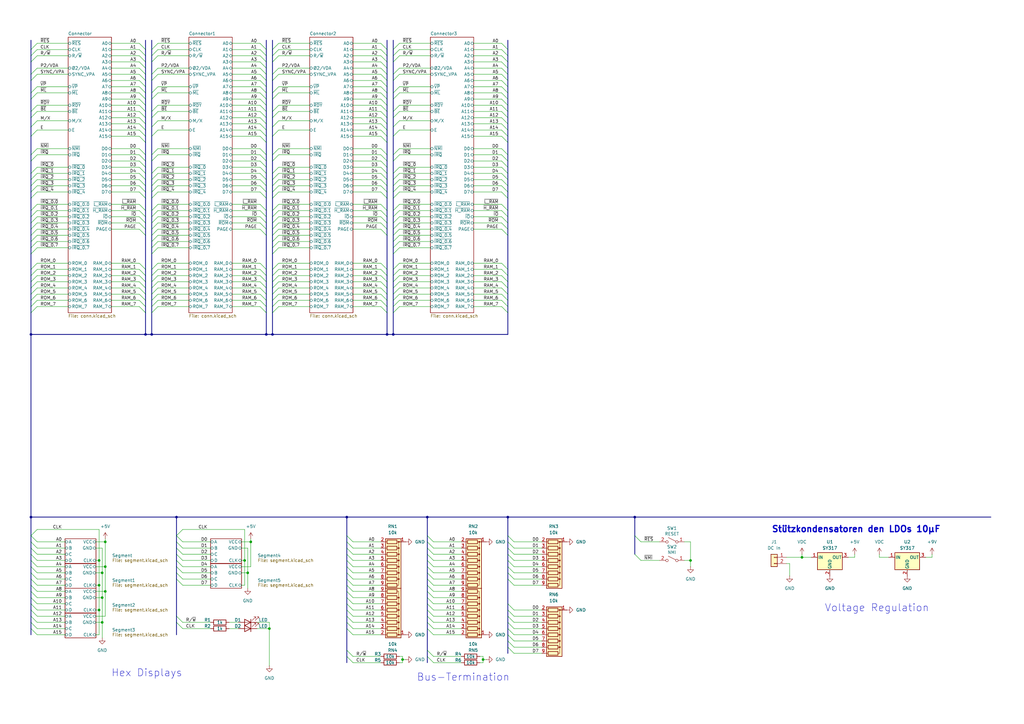
<source format=kicad_sch>
(kicad_sch (version 20231120) (generator "eeschema") (generator_version "8.0")
  (paper "A3")
  (title_block (title "SY65 Bus Card x16") (date "2024-06-16") (rev "1.0") (company "github.com/Synthron"))
  (junction (at 59.69 137.16))
  (junction (at 110.49 257.81))
  (junction (at 161.29 137.16))
  (junction (at 283.21 229.87))
  (junction (at 12.7 212.09))
  (junction (at 198.12 270.51))
  (junction (at 109.22 137.16))
  (junction (at 72.39 212.09))
  (junction (at 101.6 234.95))
  (junction (at 43.18 232.41))
  (junction (at 328.93 228.6))
  (junction (at 111.76 137.16))
  (junction (at 175.26 212.09))
  (junction (at 102.87 222.25))
  (junction (at 41.91 234.95))
  (junction (at 158.75 137.16))
  (junction (at 260.35 212.09))
  (junction (at 40.64 229.87))
  (junction (at 142.24 212.09))
  (junction (at 165.1 270.51))
  (junction (at 41.91 255.27))
  (junction (at 41.91 245.11))
  (junction (at 43.18 222.25))
  (junction (at 40.64 250.19))
  (junction (at 12.7 137.16))
  (junction (at 208.28 212.09))
  (junction (at 62.23 137.16))
  (junction (at 100.33 229.87))
  (junction (at 40.64 240.03))
  (junction (at 43.18 242.57))
  (bus_entry (at 106.68 73.66) (size 2.54 2.54))
  (bus_entry (at 156.21 118.11) (size 2.54 2.54))
  (bus_entry (at 205.74 27.94) (size 2.54 2.54))
  (bus_entry (at 15.24 93.98) (size -2.54 2.54))
  (bus_entry (at 205.74 118.11) (size 2.54 2.54))
  (bus_entry (at 106.68 30.48) (size 2.54 2.54))
  (bus_entry (at 106.68 25.4) (size 2.54 2.54))
  (bus_entry (at 15.24 63.5) (size -2.54 2.54))
  (bus_entry (at 15.24 86.36) (size -2.54 2.54))
  (bus_entry (at 114.3 76.2) (size -2.54 2.54))
  (bus_entry (at 72.39 229.87) (size 2.54 2.54))
  (bus_entry (at 106.68 88.9) (size 2.54 2.54))
  (bus_entry (at 175.26 232.41) (size 2.54 2.54))
  (bus_entry (at 156.21 83.82) (size 2.54 2.54))
  (bus_entry (at 156.21 115.57) (size 2.54 2.54))
  (bus_entry (at 114.3 86.36) (size -2.54 2.54))
  (bus_entry (at 163.83 93.98) (size -2.54 2.54))
  (bus_entry (at 74.93 255.27) (size -2.54 -2.54))
  (bus_entry (at 106.68 83.82) (size 2.54 2.54))
  (bus_entry (at 205.74 115.57) (size 2.54 2.54))
  (bus_entry (at 106.68 110.49) (size 2.54 2.54))
  (bus_entry (at 64.77 43.18) (size -2.54 2.54))
  (bus_entry (at 156.21 53.34) (size 2.54 2.54))
  (bus_entry (at 156.21 40.64) (size 2.54 2.54))
  (bus_entry (at 106.68 53.34) (size 2.54 2.54))
  (bus_entry (at 57.15 120.65) (size 2.54 2.54))
  (bus_entry (at 15.24 99.06) (size -2.54 2.54))
  (bus_entry (at 208.28 255.27) (size 2.54 2.54))
  (bus_entry (at 15.24 96.52) (size -2.54 2.54))
  (bus_entry (at 175.26 250.19) (size 2.54 2.54))
  (bus_entry (at 142.24 240.03) (size 2.54 2.54))
  (bus_entry (at 156.21 91.44) (size 2.54 2.54))
  (bus_entry (at 142.24 252.73) (size 2.54 2.54))
  (bus_entry (at 205.74 45.72) (size 2.54 2.54))
  (bus_entry (at 64.77 71.12) (size -2.54 2.54))
  (bus_entry (at 114.3 43.18) (size -2.54 2.54))
  (bus_entry (at 15.24 110.49) (size -2.54 2.54))
  (bus_entry (at 114.3 83.82) (size -2.54 2.54))
  (bus_entry (at 72.39 224.79) (size 2.54 2.54))
  (bus_entry (at 208.28 262.89) (size 2.54 2.54))
  (bus_entry (at 114.3 91.44) (size -2.54 2.54))
  (bus_entry (at 208.28 224.79) (size 2.54 2.54))
  (bus_entry (at 142.24 222.25) (size 2.54 2.54))
  (bus_entry (at 72.39 232.41) (size 2.54 2.54))
  (bus_entry (at 15.24 49.53) (size -2.54 2.54))
  (bus_entry (at 12.7 224.79) (size 2.54 2.54))
  (bus_entry (at 144.78 269.24) (size -2.54 -2.54))
  (bus_entry (at 156.21 43.18) (size 2.54 2.54))
  (bus_entry (at 15.24 88.9) (size -2.54 2.54))
  (bus_entry (at 64.77 76.2) (size -2.54 2.54))
  (bus_entry (at 156.21 68.58) (size 2.54 2.54))
  (bus_entry (at 175.26 224.79) (size 2.54 2.54))
  (bus_entry (at 64.77 49.53) (size -2.54 2.54))
  (bus_entry (at 156.21 86.36) (size 2.54 2.54))
  (bus_entry (at 74.93 217.17) (size -2.54 2.54))
  (bus_entry (at 106.68 40.64) (size 2.54 2.54))
  (bus_entry (at 114.3 71.12) (size -2.54 2.54))
  (bus_entry (at 156.21 55.88) (size 2.54 2.54))
  (bus_entry (at 175.26 255.27) (size 2.54 2.54))
  (bus_entry (at 142.24 219.71) (size 2.54 2.54))
  (bus_entry (at 57.15 30.48) (size 2.54 2.54))
  (bus_entry (at 106.68 115.57) (size 2.54 2.54))
  (bus_entry (at 205.74 68.58) (size 2.54 2.54))
  (bus_entry (at 15.24 20.32) (size -2.54 2.54))
  (bus_entry (at 156.21 123.19) (size 2.54 2.54))
  (bus_entry (at 156.21 27.94) (size 2.54 2.54))
  (bus_entry (at 114.3 115.57) (size -2.54 2.54))
  (bus_entry (at 114.3 113.03) (size -2.54 2.54))
  (bus_entry (at 163.83 27.94) (size -2.54 2.54))
  (bus_entry (at 106.68 50.8) (size 2.54 2.54))
  (bus_entry (at 205.74 38.1) (size 2.54 2.54))
  (bus_entry (at 57.15 20.32) (size 2.54 2.54))
  (bus_entry (at 114.3 99.06) (size -2.54 2.54))
  (bus_entry (at 57.15 118.11) (size 2.54 2.54))
  (bus_entry (at 144.78 271.78) (size -2.54 -2.54))
  (bus_entry (at 12.7 237.49) (size 2.54 2.54))
  (bus_entry (at 156.21 45.72) (size 2.54 2.54))
  (bus_entry (at 57.15 71.12) (size 2.54 2.54))
  (bus_entry (at 156.21 60.96) (size 2.54 2.54))
  (bus_entry (at 12.7 219.71) (size 2.54 2.54))
  (bus_entry (at 156.21 30.48) (size 2.54 2.54))
  (bus_entry (at 57.15 86.36) (size 2.54 2.54))
  (bus_entry (at 163.83 78.74) (size -2.54 2.54))
  (bus_entry (at 57.15 55.88) (size 2.54 2.54))
  (bus_entry (at 64.77 83.82) (size -2.54 2.54))
  (bus_entry (at 106.68 45.72) (size 2.54 2.54))
  (bus_entry (at 15.24 38.1) (size -2.54 2.54))
  (bus_entry (at 205.74 107.95) (size 2.54 2.54))
  (bus_entry (at 64.77 73.66) (size -2.54 2.54))
  (bus_entry (at 156.21 38.1) (size 2.54 2.54))
  (bus_entry (at 156.21 33.02) (size 2.54 2.54))
  (bus_entry (at 208.28 219.71) (size 2.54 2.54))
  (bus_entry (at 175.26 237.49) (size 2.54 2.54))
  (bus_entry (at 114.3 53.34) (size -2.54 2.54))
  (bus_entry (at 208.28 232.41) (size 2.54 2.54))
  (bus_entry (at 177.8 269.24) (size -2.54 -2.54))
  (bus_entry (at 57.15 88.9) (size 2.54 2.54))
  (bus_entry (at 106.68 27.94) (size 2.54 2.54))
  (bus_entry (at 74.93 257.81) (size -2.54 -2.54))
  (bus_entry (at 163.83 49.53) (size -2.54 2.54))
  (bus_entry (at 15.24 115.57) (size -2.54 2.54))
  (bus_entry (at 114.3 125.73) (size -2.54 2.54))
  (bus_entry (at 12.7 247.65) (size 2.54 2.54))
  (bus_entry (at 114.3 38.1) (size -2.54 2.54))
  (bus_entry (at 106.68 113.03) (size 2.54 2.54))
  (bus_entry (at 163.83 35.56) (size -2.54 2.54))
  (bus_entry (at 106.68 35.56) (size 2.54 2.54))
  (bus_entry (at 205.74 22.86) (size 2.54 2.54))
  (bus_entry (at 205.74 83.82) (size 2.54 2.54))
  (bus_entry (at 156.21 17.78) (size 2.54 2.54))
  (bus_entry (at 15.24 91.44) (size -2.54 2.54))
  (bus_entry (at 205.74 30.48) (size 2.54 2.54))
  (bus_entry (at 156.21 66.04) (size 2.54 2.54))
  (bus_entry (at 114.3 88.9) (size -2.54 2.54))
  (bus_entry (at 156.21 35.56) (size 2.54 2.54))
  (bus_entry (at 114.3 120.65) (size -2.54 2.54))
  (bus_entry (at 208.28 260.35) (size 2.54 2.54))
  (bus_entry (at 106.68 93.98) (size 2.54 2.54))
  (bus_entry (at 156.21 113.03) (size 2.54 2.54))
  (bus_entry (at 205.74 120.65) (size 2.54 2.54))
  (bus_entry (at 15.24 101.6) (size -2.54 2.54))
  (bus_entry (at 72.39 234.95) (size 2.54 2.54))
  (bus_entry (at 15.24 123.19) (size -2.54 2.54))
  (bus_entry (at 57.15 53.34) (size 2.54 2.54))
  (bus_entry (at 163.83 45.72) (size -2.54 2.54))
  (bus_entry (at 64.77 45.72) (size -2.54 2.54))
  (bus_entry (at 156.21 76.2) (size 2.54 2.54))
  (bus_entry (at 57.15 83.82) (size 2.54 2.54))
  (bus_entry (at 72.39 237.49) (size 2.54 2.54))
  (bus_entry (at 114.3 27.94) (size -2.54 2.54))
  (bus_entry (at 12.7 227.33) (size 2.54 2.54))
  (bus_entry (at 64.77 35.56) (size -2.54 2.54))
  (bus_entry (at 106.68 20.32) (size 2.54 2.54))
  (bus_entry (at 262.89 229.87) (size -2.54 -2.54))
  (bus_entry (at 205.74 40.64) (size 2.54 2.54))
  (bus_entry (at 163.83 83.82) (size -2.54 2.54))
  (bus_entry (at 205.74 110.49) (size 2.54 2.54))
  (bus_entry (at 57.15 93.98) (size 2.54 2.54))
  (bus_entry (at 106.68 123.19) (size 2.54 2.54))
  (bus_entry (at 205.74 71.12) (size 2.54 2.54))
  (bus_entry (at 12.7 252.73) (size 2.54 2.54))
  (bus_entry (at 64.77 53.34) (size -2.54 2.54))
  (bus_entry (at 205.74 86.36) (size 2.54 2.54))
  (bus_entry (at 205.74 35.56) (size 2.54 2.54))
  (bus_entry (at 57.15 27.94) (size 2.54 2.54))
  (bus_entry (at 106.68 120.65) (size 2.54 2.54))
  (bus_entry (at 12.7 257.81) (size 2.54 2.54))
  (bus_entry (at 64.77 118.11) (size -2.54 2.54))
  (bus_entry (at 175.26 247.65) (size 2.54 2.54))
  (bus_entry (at 163.83 53.34) (size -2.54 2.54))
  (bus_entry (at 205.74 125.73) (size 2.54 2.54))
  (bus_entry (at 163.83 73.66) (size -2.54 2.54))
  (bus_entry (at 57.15 73.66) (size 2.54 2.54))
  (bus_entry (at 163.83 113.03) (size -2.54 2.54))
  (bus_entry (at 15.24 68.58) (size -2.54 2.54))
  (bus_entry (at 142.24 255.27) (size 2.54 2.54))
  (bus_entry (at 163.83 68.58) (size -2.54 2.54))
  (bus_entry (at 156.21 25.4) (size 2.54 2.54))
  (bus_entry (at 57.15 113.03) (size 2.54 2.54))
  (bus_entry (at 114.3 30.48) (size -2.54 2.54))
  (bus_entry (at 156.21 20.32) (size 2.54 2.54))
  (bus_entry (at 156.21 71.12) (size 2.54 2.54))
  (bus_entry (at 15.24 118.11) (size -2.54 2.54))
  (bus_entry (at 12.7 242.57) (size 2.54 2.54))
  (bus_entry (at 12.7 240.03) (size 2.54 2.54))
  (bus_entry (at 156.21 125.73) (size 2.54 2.54))
  (bus_entry (at 106.68 71.12) (size 2.54 2.54))
  (bus_entry (at 163.83 99.06) (size -2.54 2.54))
  (bus_entry (at 163.83 38.1) (size -2.54 2.54))
  (bus_entry (at 156.21 93.98) (size 2.54 2.54))
  (bus_entry (at 15.24 30.48) (size -2.54 2.54))
  (bus_entry (at 114.3 123.19) (size -2.54 2.54))
  (bus_entry (at 163.83 118.11) (size -2.54 2.54))
  (bus_entry (at 163.83 125.73) (size -2.54 2.54))
  (bus_entry (at 205.74 76.2) (size 2.54 2.54))
  (bus_entry (at 163.83 120.65) (size -2.54 2.54))
  (bus_entry (at 12.7 250.19) (size 2.54 2.54))
  (bus_entry (at 12.7 255.27) (size 2.54 2.54))
  (bus_entry (at 163.83 20.32) (size -2.54 2.54))
  (bus_entry (at 57.15 45.72) (size 2.54 2.54))
  (bus_entry (at 156.21 48.26) (size 2.54 2.54))
  (bus_entry (at 12.7 245.11) (size 2.54 2.54))
  (bus_entry (at 205.74 73.66) (size 2.54 2.54))
  (bus_entry (at 205.74 55.88) (size 2.54 2.54))
  (bus_entry (at 114.3 45.72) (size -2.54 2.54))
  (bus_entry (at 205.74 33.02) (size 2.54 2.54))
  (bus_entry (at 142.24 250.19) (size 2.54 2.54))
  (bus_entry (at 205.74 93.98) (size 2.54 2.54))
  (bus_entry (at 175.26 240.03) (size 2.54 2.54))
  (bus_entry (at 15.24 53.34) (size -2.54 2.54))
  (bus_entry (at 205.74 53.34) (size 2.54 2.54))
  (bus_entry (at 12.7 229.87) (size 2.54 2.54))
  (bus_entry (at 15.24 73.66) (size -2.54 2.54))
  (bus_entry (at 57.15 110.49) (size 2.54 2.54))
  (bus_entry (at 15.24 27.94) (size -2.54 2.54))
  (bus_entry (at 72.39 219.71) (size 2.54 2.54))
  (bus_entry (at 15.24 120.65) (size -2.54 2.54))
  (bus_entry (at 15.24 78.74) (size -2.54 2.54))
  (bus_entry (at 64.77 96.52) (size -2.54 2.54))
  (bus_entry (at 15.24 17.78) (size -2.54 2.54))
  (bus_entry (at 156.21 107.95) (size 2.54 2.54))
  (bus_entry (at 57.15 91.44) (size 2.54 2.54))
  (bus_entry (at 64.77 86.36) (size -2.54 2.54))
  (bus_entry (at 175.26 252.73) (size 2.54 2.54))
  (bus_entry (at 15.24 45.72) (size -2.54 2.54))
  (bus_entry (at 163.83 43.18) (size -2.54 2.54))
  (bus_entry (at 208.28 250.19) (size 2.54 2.54))
  (bus_entry (at 208.28 227.33) (size 2.54 2.54))
  (bus_entry (at 142.24 227.33) (size 2.54 2.54))
  (bus_entry (at 64.77 107.95) (size -2.54 2.54))
  (bus_entry (at 64.77 60.96) (size -2.54 2.54))
  (bus_entry (at 15.24 71.12) (size -2.54 2.54))
  (bus_entry (at 106.68 43.18) (size 2.54 2.54))
  (bus_entry (at 156.21 120.65) (size 2.54 2.54))
  (bus_entry (at 57.15 60.96) (size 2.54 2.54))
  (bus_entry (at 163.83 110.49) (size -2.54 2.54))
  (bus_entry (at 156.21 63.5) (size 2.54 2.54))
  (bus_entry (at 163.83 107.95) (size -2.54 2.54))
  (bus_entry (at 57.15 68.58) (size 2.54 2.54))
  (bus_entry (at 106.68 63.5) (size 2.54 2.54))
  (bus_entry (at 64.77 88.9) (size -2.54 2.54))
  (bus_entry (at 64.77 115.57) (size -2.54 2.54))
  (bus_entry (at 106.68 86.36) (size 2.54 2.54))
  (bus_entry (at 114.3 17.78) (size -2.54 2.54))
  (bus_entry (at 12.7 222.25) (size 2.54 2.54))
  (bus_entry (at 57.15 50.8) (size 2.54 2.54))
  (bus_entry (at 57.15 66.04) (size 2.54 2.54))
  (bus_entry (at 175.26 257.81) (size 2.54 2.54))
  (bus_entry (at 208.28 247.65) (size 2.54 2.54))
  (bus_entry (at 156.21 78.74) (size 2.54 2.54))
  (bus_entry (at 177.8 271.78) (size -2.54 -2.54))
  (bus_entry (at 208.28 265.43) (size 2.54 2.54))
  (bus_entry (at 64.77 38.1) (size -2.54 2.54))
  (bus_entry (at 175.26 229.87) (size 2.54 2.54))
  (bus_entry (at 156.21 73.66) (size 2.54 2.54))
  (bus_entry (at 205.74 50.8) (size 2.54 2.54))
  (bus_entry (at 208.28 252.73) (size 2.54 2.54))
  (bus_entry (at 163.83 123.19) (size -2.54 2.54))
  (bus_entry (at 106.68 107.95) (size 2.54 2.54))
  (bus_entry (at 114.3 107.95) (size -2.54 2.54))
  (bus_entry (at 64.77 110.49) (size -2.54 2.54))
  (bus_entry (at 175.26 234.95) (size 2.54 2.54))
  (bus_entry (at 205.74 25.4) (size 2.54 2.54))
  (bus_entry (at 205.74 17.78) (size 2.54 2.54))
  (bus_entry (at 163.83 22.86) (size -2.54 2.54))
  (bus_entry (at 106.68 17.78) (size 2.54 2.54))
  (bus_entry (at 106.68 38.1) (size 2.54 2.54))
  (bus_entry (at 208.28 222.25) (size 2.54 2.54))
  (bus_entry (at 106.68 68.58) (size 2.54 2.54))
  (bus_entry (at 57.15 25.4) (size 2.54 2.54))
  (bus_entry (at 57.15 48.26) (size 2.54 2.54))
  (bus_entry (at 57.15 35.56) (size 2.54 2.54))
  (bus_entry (at 262.89 222.25) (size -2.54 -2.54))
  (bus_entry (at 57.15 40.64) (size 2.54 2.54))
  (bus_entry (at 64.77 17.78) (size -2.54 2.54))
  (bus_entry (at 64.77 30.48) (size -2.54 2.54))
  (bus_entry (at 163.83 115.57) (size -2.54 2.54))
  (bus_entry (at 205.74 91.44) (size 2.54 2.54))
  (bus_entry (at 142.24 229.87) (size 2.54 2.54))
  (bus_entry (at 64.77 78.74) (size -2.54 2.54))
  (bus_entry (at 163.83 30.48) (size -2.54 2.54))
  (bus_entry (at 163.83 60.96) (size -2.54 2.54))
  (bus_entry (at 142.24 247.65) (size 2.54 2.54))
  (bus_entry (at 15.24 125.73) (size -2.54 2.54))
  (bus_entry (at 57.15 38.1) (size 2.54 2.54))
  (bus_entry (at 15.24 107.95) (size -2.54 2.54))
  (bus_entry (at 12.7 232.41) (size 2.54 2.54))
  (bus_entry (at 106.68 48.26) (size 2.54 2.54))
  (bus_entry (at 64.77 22.86) (size -2.54 2.54))
  (bus_entry (at 64.77 63.5) (size -2.54 2.54))
  (bus_entry (at 205.74 123.19) (size 2.54 2.54))
  (bus_entry (at 163.83 86.36) (size -2.54 2.54))
  (bus_entry (at 106.68 118.11) (size 2.54 2.54))
  (bus_entry (at 57.15 123.19) (size 2.54 2.54))
  (bus_entry (at 15.24 76.2) (size -2.54 2.54))
  (bus_entry (at 142.24 257.81) (size 2.54 2.54))
  (bus_entry (at 64.77 101.6) (size -2.54 2.54))
  (bus_entry (at 142.24 232.41) (size 2.54 2.54))
  (bus_entry (at 205.74 88.9) (size 2.54 2.54))
  (bus_entry (at 64.77 113.03) (size -2.54 2.54))
  (bus_entry (at 72.39 222.25) (size 2.54 2.54))
  (bus_entry (at 64.77 99.06) (size -2.54 2.54))
  (bus_entry (at 57.15 78.74) (size 2.54 2.54))
  (bus_entry (at 114.3 101.6) (size -2.54 2.54))
  (bus_entry (at 106.68 125.73) (size 2.54 2.54))
  (bus_entry (at 15.24 113.03) (size -2.54 2.54))
  (bus_entry (at 57.15 22.86) (size 2.54 2.54))
  (bus_entry (at 205.74 48.26) (size 2.54 2.54))
  (bus_entry (at 205.74 113.03) (size 2.54 2.54))
  (bus_entry (at 15.24 22.86) (size -2.54 2.54))
  (bus_entry (at 163.83 17.78) (size -2.54 2.54))
  (bus_entry (at 156.21 22.86) (size 2.54 2.54))
  (bus_entry (at 114.3 49.53) (size -2.54 2.54))
  (bus_entry (at 57.15 125.73) (size 2.54 2.54))
  (bus_entry (at 106.68 78.74) (size 2.54 2.54))
  (bus_entry (at 57.15 115.57) (size 2.54 2.54))
  (bus_entry (at 205.74 60.96) (size 2.54 2.54))
  (bus_entry (at 156.21 50.8) (size 2.54 2.54))
  (bus_entry (at 205.74 43.18) (size 2.54 2.54))
  (bus_entry (at 163.83 96.52) (size -2.54 2.54))
  (bus_entry (at 106.68 55.88) (size 2.54 2.54))
  (bus_entry (at 175.26 242.57) (size 2.54 2.54))
  (bus_entry (at 205.74 63.5) (size 2.54 2.54))
  (bus_entry (at 15.24 60.96) (size -2.54 2.54))
  (bus_entry (at 163.83 101.6) (size -2.54 2.54))
  (bus_entry (at 114.3 118.11) (size -2.54 2.54))
  (bus_entry (at 64.77 91.44) (size -2.54 2.54))
  (bus_entry (at 142.24 224.79) (size 2.54 2.54))
  (bus_entry (at 106.68 22.86) (size 2.54 2.54))
  (bus_entry (at 114.3 96.52) (size -2.54 2.54))
  (bus_entry (at 175.26 245.11) (size 2.54 2.54))
  (bus_entry (at 208.28 229.87) (size 2.54 2.54))
  (bus_entry (at 142.24 242.57) (size 2.54 2.54))
  (bus_entry (at 114.3 35.56) (size -2.54 2.54))
  (bus_entry (at 106.68 60.96) (size 2.54 2.54))
  (bus_entry (at 175.26 219.71) (size 2.54 2.54))
  (bus_entry (at 175.26 227.33) (size 2.54 2.54))
  (bus_entry (at 106.68 91.44) (size 2.54 2.54))
  (bus_entry (at 106.68 66.04) (size 2.54 2.54))
  (bus_entry (at 163.83 88.9) (size -2.54 2.54))
  (bus_entry (at 64.77 68.58) (size -2.54 2.54))
  (bus_entry (at 114.3 20.32) (size -2.54 2.54))
  (bus_entry (at 114.3 60.96) (size -2.54 2.54))
  (bus_entry (at 15.24 83.82) (size -2.54 2.54))
  (bus_entry (at 114.3 93.98) (size -2.54 2.54))
  (bus_entry (at 114.3 73.66) (size -2.54 2.54))
  (bus_entry (at 64.77 120.65) (size -2.54 2.54))
  (bus_entry (at 163.83 63.5) (size -2.54 2.54))
  (bus_entry (at 114.3 78.74) (size -2.54 2.54))
  (bus_entry (at 64.77 27.94) (size -2.54 2.54))
  (bus_entry (at 114.3 110.49) (size -2.54 2.54))
  (bus_entry (at 106.68 76.2) (size 2.54 2.54))
  (bus_entry (at 72.39 227.33) (size 2.54 2.54))
  (bus_entry (at 57.15 107.95) (size 2.54 2.54))
  (bus_entry (at 142.24 245.11) (size 2.54 2.54))
  (bus_entry (at 205.74 78.74) (size 2.54 2.54))
  (bus_entry (at 114.3 22.86) (size -2.54 2.54))
  (bus_entry (at 106.68 33.02) (size 2.54 2.54))
  (bus_entry (at 142.24 237.49) (size 2.54 2.54))
  (bus_entry (at 175.26 222.25) (size 2.54 2.54))
  (bus_entry (at 57.15 63.5) (size 2.54 2.54))
  (bus_entry (at 15.24 43.18) (size -2.54 2.54))
  (bus_entry (at 64.77 20.32) (size -2.54 2.54))
  (bus_entry (at 64.77 125.73) (size -2.54 2.54))
  (bus_entry (at 142.24 234.95) (size 2.54 2.54))
  (bus_entry (at 57.15 43.18) (size 2.54 2.54))
  (bus_entry (at 163.83 91.44) (size -2.54 2.54))
  (bus_entry (at 163.83 71.12) (size -2.54 2.54))
  (bus_entry (at 208.28 237.49) (size 2.54 2.54))
  (bus_entry (at 57.15 17.78) (size 2.54 2.54))
  (bus_entry (at 205.74 66.04) (size 2.54 2.54))
  (bus_entry (at 163.83 76.2) (size -2.54 2.54))
  (bus_entry (at 57.15 33.02) (size 2.54 2.54))
  (bus_entry (at 57.15 76.2) (size 2.54 2.54))
  (bus_entry (at 208.28 234.95) (size 2.54 2.54))
  (bus_entry (at 12.7 234.95) (size 2.54 2.54))
  (bus_entry (at 64.77 93.98) (size -2.54 2.54))
  (bus_entry (at 64.77 123.19) (size -2.54 2.54))
  (bus_entry (at 114.3 68.58) (size -2.54 2.54))
  (bus_entry (at 208.28 257.81) (size 2.54 2.54))
  (bus_entry (at 156.21 110.49) (size 2.54 2.54))
  (bus_entry (at 15.24 35.56) (size -2.54 2.54))
  (bus_entry (at 114.3 63.5) (size -2.54 2.54))
  (bus_entry (at 156.21 88.9) (size 2.54 2.54))
  (bus_entry (at 205.74 20.32) (size 2.54 2.54))
  (bus_entry (at 15.24 217.17) (size -2.54 2.54))
  (bus (pts (xy 12.7 30.48) (xy 12.7 33.02)))
  (wire (pts (xy 177.8 240.03) (xy 189.23 240.03)))
  (wire (pts (xy 64.77 45.72) (xy 77.47 45.72)))
  (bus (pts (xy 111.76 33.02) (xy 111.76 38.1)))
  (wire (pts (xy 210.82 260.35) (xy 222.25 260.35)))
  (bus (pts (xy 208.28 63.5) (xy 208.28 66.04)))
  (wire (pts (xy 194.31 20.32) (xy 205.74 20.32)))
  (wire (pts (xy 114.3 118.11) (xy 127 118.11)))
  (wire (pts (xy 45.72 115.57) (xy 57.15 115.57)))
  (wire (pts (xy 163.83 110.49) (xy 176.53 110.49)))
  (wire (pts (xy 283.21 232.41) (xy 283.21 229.87)))
  (bus (pts (xy 161.29 91.44) (xy 161.29 93.98)))
  (wire (pts (xy 198.12 270.51) (xy 198.12 269.24)))
  (bus (pts (xy 111.76 91.44) (xy 111.76 93.98)))
  (bus (pts (xy 111.76 125.73) (xy 111.76 128.27)))
  (bus (pts (xy 161.29 101.6) (xy 161.29 104.14)))
  (bus (pts (xy 208.28 25.4) (xy 208.28 27.94)))
  (wire (pts (xy 163.83 99.06) (xy 176.53 99.06)))
  (wire (pts (xy 15.24 91.44) (xy 27.94 91.44)))
  (wire (pts (xy 210.82 252.73) (xy 222.25 252.73)))
  (bus (pts (xy 208.28 232.41) (xy 208.28 234.95)))
  (wire (pts (xy 177.8 255.27) (xy 189.23 255.27)))
  (wire (pts (xy 163.83 78.74) (xy 176.53 78.74)))
  (bus (pts (xy 208.28 71.12) (xy 208.28 73.66)))
  (wire (pts (xy 95.25 33.02) (xy 106.68 33.02)))
  (bus (pts (xy 111.76 78.74) (xy 111.76 81.28)))
  (bus (pts (xy 109.22 66.04) (xy 109.22 68.58)))
  (wire (pts (xy 45.72 63.5) (xy 57.15 63.5)))
  (bus (pts (xy 142.24 247.65) (xy 142.24 250.19)))
  (wire (pts (xy 64.77 125.73) (xy 77.47 125.73)))
  (bus (pts (xy 111.76 118.11) (xy 111.76 120.65)))
  (wire (pts (xy 39.37 229.87) (xy 40.64 229.87)))
  (bus (pts (xy 109.22 81.28) (xy 109.22 86.36)))
  (wire (pts (xy 163.83 53.34) (xy 176.53 53.34)))
  (wire (pts (xy 64.77 17.78) (xy 77.47 17.78)))
  (wire (pts (xy 100.33 217.17) (xy 100.33 229.87)))
  (wire (pts (xy 114.3 20.32) (xy 127 20.32)))
  (bus (pts (xy 59.69 20.32) (xy 59.69 22.86)))
  (bus (pts (xy 12.7 93.98) (xy 12.7 96.52)))
  (bus (pts (xy 208.28 93.98) (xy 208.28 96.52)))
  (wire (pts (xy 177.8 229.87) (xy 189.23 229.87)))
  (bus (pts (xy 12.7 63.5) (xy 12.7 66.04)))
  (bus (pts (xy 175.26 242.57) (xy 175.26 245.11)))
  (bus (pts (xy 260.35 212.09) (xy 406.4 212.09)))
  (bus (pts (xy 111.76 52.07) (xy 111.76 55.88)))
  (bus (pts (xy 109.22 27.94) (xy 109.22 30.48)))
  (bus (pts (xy 109.22 48.26) (xy 109.22 50.8)))
  (wire (pts (xy 45.72 76.2) (xy 57.15 76.2)))
  (bus (pts (xy 62.23 25.4) (xy 62.23 30.48)))
  (wire (pts (xy 95.25 83.82) (xy 106.68 83.82)))
  (bus (pts (xy 175.26 252.73) (xy 175.26 255.27)))
  (wire (pts (xy 45.72 17.78) (xy 57.15 17.78)))
  (bus (pts (xy 109.22 86.36) (xy 109.22 88.9)))
  (wire (pts (xy 15.24 76.2) (xy 27.94 76.2)))
  (wire (pts (xy 163.83 17.78) (xy 176.53 17.78)))
  (wire (pts (xy 144.78 110.49) (xy 156.21 110.49)))
  (bus (pts (xy 161.29 78.74) (xy 161.29 81.28)))
  (bus (pts (xy 59.69 125.73) (xy 59.69 128.27)))
  (bus (pts (xy 111.76 38.1) (xy 111.76 40.64)))
  (bus (pts (xy 109.22 53.34) (xy 109.22 55.88)))
  (wire (pts (xy 194.31 48.26) (xy 205.74 48.26)))
  (bus (pts (xy 208.28 22.86) (xy 208.28 25.4)))
  (wire (pts (xy 144.78 38.1) (xy 156.21 38.1)))
  (bus (pts (xy 12.7 96.52) (xy 12.7 99.06)))
  (wire (pts (xy 144.78 269.24) (xy 156.21 269.24)))
  (wire (pts (xy 114.3 35.56) (xy 127 35.56)))
  (bus (pts (xy 62.23 63.5) (xy 62.23 66.04)))
  (bus (pts (xy 142.24 250.19) (xy 142.24 252.73)))
  (bus (pts (xy 59.69 16.51) (xy 59.69 20.32)))
  (wire (pts (xy 45.72 78.74) (xy 57.15 78.74)))
  (bus (pts (xy 12.7 234.95) (xy 12.7 237.49)))
  (wire (pts (xy 144.78 83.82) (xy 156.21 83.82)))
  (wire (pts (xy 210.82 237.49) (xy 222.25 237.49)))
  (bus (pts (xy 62.23 137.16) (xy 109.22 137.16)))
  (wire (pts (xy 194.31 88.9) (xy 205.74 88.9)))
  (wire (pts (xy 45.72 27.94) (xy 57.15 27.94)))
  (bus (pts (xy 161.29 55.88) (xy 161.29 63.5)))
  (bus (pts (xy 208.28 81.28) (xy 208.28 86.36)))
  (bus (pts (xy 72.39 219.71) (xy 72.39 222.25)))
  (bus (pts (xy 208.28 110.49) (xy 208.28 113.03)))
  (wire (pts (xy 102.87 220.98) (xy 102.87 222.25)))
  (wire (pts (xy 177.8 260.35) (xy 189.23 260.35)))
  (bus (pts (xy 161.29 48.26) (xy 161.29 52.07)))
  (wire (pts (xy 15.24 245.11) (xy 26.67 245.11)))
  (wire (pts (xy 15.24 113.03) (xy 27.94 113.03)))
  (wire (pts (xy 15.24 101.6) (xy 27.94 101.6)))
  (bus (pts (xy 72.39 222.25) (xy 72.39 224.79)))
  (wire (pts (xy 114.3 68.58) (xy 127 68.58)))
  (bus (pts (xy 59.69 78.74) (xy 59.69 81.28)))
  (wire (pts (xy 163.83 60.96) (xy 176.53 60.96)))
  (bus (pts (xy 158.75 16.51) (xy 158.75 20.32)))
  (wire (pts (xy 15.24 224.79) (xy 26.67 224.79)))
  (wire (pts (xy 15.24 99.06) (xy 27.94 99.06)))
  (bus (pts (xy 208.28 212.09) (xy 208.28 219.71)))
  (bus (pts (xy 62.23 104.14) (xy 62.23 110.49)))
  (wire (pts (xy 114.3 22.86) (xy 127 22.86)))
  (bus (pts (xy 62.23 55.88) (xy 62.23 63.5)))
  (wire (pts (xy 64.77 63.5) (xy 77.47 63.5)))
  (wire (pts (xy 40.64 240.03) (xy 40.64 250.19)))
  (wire (pts (xy 194.31 35.56) (xy 205.74 35.56)))
  (wire (pts (xy 64.77 96.52) (xy 77.47 96.52)))
  (wire (pts (xy 45.72 73.66) (xy 57.15 73.66)))
  (bus (pts (xy 175.26 219.71) (xy 175.26 222.25)))
  (bus (pts (xy 59.69 71.12) (xy 59.69 73.66)))
  (wire (pts (xy 194.31 63.5) (xy 205.74 63.5)))
  (bus (pts (xy 59.69 66.04) (xy 59.69 68.58)))
  (wire (pts (xy 95.25 73.66) (xy 106.68 73.66)))
  (bus (pts (xy 72.39 212.09) (xy 72.39 219.71)))
  (wire (pts (xy 114.3 53.34) (xy 127 53.34)))
  (bus (pts (xy 208.28 252.73) (xy 208.28 255.27)))
  (wire (pts (xy 177.8 224.79) (xy 189.23 224.79)))
  (bus (pts (xy 62.23 115.57) (xy 62.23 118.11)))
  (wire (pts (xy 144.78 71.12) (xy 156.21 71.12)))
  (wire (pts (xy 110.49 257.81) (xy 110.49 255.27)))
  (wire (pts (xy 280.67 229.87) (xy 283.21 229.87)))
  (wire (pts (xy 194.31 78.74) (xy 205.74 78.74)))
  (wire (pts (xy 41.91 234.95) (xy 41.91 224.79)))
  (bus (pts (xy 175.26 227.33) (xy 175.26 229.87)))
  (bus (pts (xy 208.28 265.43) (xy 208.28 267.97)))
  (bus (pts (xy 158.75 25.4) (xy 158.75 27.94)))
  (wire (pts (xy 95.25 110.49) (xy 106.68 110.49)))
  (wire (pts (xy 283.21 229.87) (xy 283.21 222.25)))
  (bus (pts (xy 12.7 48.26) (xy 12.7 52.07)))
  (bus (pts (xy 59.69 43.18) (xy 59.69 45.72)))
  (wire (pts (xy 15.24 115.57) (xy 27.94 115.57)))
  (wire (pts (xy 199.39 270.51) (xy 198.12 270.51)))
  (bus (pts (xy 12.7 16.51) (xy 12.7 20.32)))
  (bus (pts (xy 158.75 66.04) (xy 158.75 68.58)))
  (wire (pts (xy 194.31 125.73) (xy 205.74 125.73)))
  (wire (pts (xy 194.31 33.02) (xy 205.74 33.02)))
  (wire (pts (xy 144.78 125.73) (xy 156.21 125.73)))
  (wire (pts (xy 64.77 76.2) (xy 77.47 76.2)))
  (wire (pts (xy 15.24 68.58) (xy 27.94 68.58)))
  (bus (pts (xy 175.26 232.41) (xy 175.26 234.95)))
  (wire (pts (xy 177.8 222.25) (xy 189.23 222.25)))
  (bus (pts (xy 208.28 250.19) (xy 208.28 252.73)))
  (bus (pts (xy 12.7 255.27) (xy 12.7 257.81)))
  (bus (pts (xy 12.7 99.06) (xy 12.7 101.6)))
  (wire (pts (xy 144.78 33.02) (xy 156.21 33.02)))
  (wire (pts (xy 95.25 22.86) (xy 106.68 22.86)))
  (bus (pts (xy 109.22 128.27) (xy 109.22 137.16)))
  (bus (pts (xy 62.23 101.6) (xy 62.23 104.14)))
  (bus (pts (xy 208.28 234.95) (xy 208.28 237.49)))
  (wire (pts (xy 163.83 68.58) (xy 176.53 68.58)))
  (wire (pts (xy 114.3 71.12) (xy 127 71.12)))
  (bus (pts (xy 208.28 48.26) (xy 208.28 50.8)))
  (bus (pts (xy 62.23 40.64) (xy 62.23 45.72)))
  (bus (pts (xy 72.39 227.33) (xy 72.39 229.87)))
  (bus (pts (xy 111.76 22.86) (xy 111.76 25.4)))
  (bus (pts (xy 158.75 45.72) (xy 158.75 48.26)))
  (wire (pts (xy 114.3 30.48) (xy 127 30.48)))
  (wire (pts (xy 74.93 234.95) (xy 86.36 234.95)))
  (bus (pts (xy 208.28 38.1) (xy 208.28 40.64)))
  (wire (pts (xy 74.93 255.27) (xy 86.36 255.27)))
  (bus (pts (xy 59.69 55.88) (xy 59.69 58.42)))
  (bus (pts (xy 12.7 219.71) (xy 12.7 222.25)))
  (bus (pts (xy 208.28 58.42) (xy 208.28 63.5)))
  (wire (pts (xy 15.24 96.52) (xy 27.94 96.52)))
  (wire (pts (xy 114.3 17.78) (xy 127 17.78)))
  (wire (pts (xy 95.25 71.12) (xy 106.68 71.12)))
  (wire (pts (xy 165.1 270.51) (xy 165.1 269.24)))
  (wire (pts (xy 144.78 60.96) (xy 156.21 60.96)))
  (wire (pts (xy 74.93 217.17) (xy 100.33 217.17)))
  (wire (pts (xy 177.8 247.65) (xy 189.23 247.65)))
  (wire (pts (xy 144.78 27.94) (xy 156.21 27.94)))
  (bus (pts (xy 175.26 224.79) (xy 175.26 227.33)))
  (bus (pts (xy 109.22 22.86) (xy 109.22 25.4)))
  (bus (pts (xy 208.28 33.02) (xy 208.28 35.56)))
  (wire (pts (xy 144.78 234.95) (xy 156.21 234.95)))
  (bus (pts (xy 109.22 38.1) (xy 109.22 40.64)))
  (wire (pts (xy 93.98 257.81) (xy 97.79 257.81)))
  (wire (pts (xy 194.31 22.86) (xy 205.74 22.86)))
  (wire (pts (xy 163.83 107.95) (xy 176.53 107.95)))
  (bus (pts (xy 111.76 96.52) (xy 111.76 99.06)))
  (wire (pts (xy 163.83 63.5) (xy 176.53 63.5)))
  (bus (pts (xy 59.69 81.28) (xy 59.69 86.36)))
  (wire (pts (xy 45.72 125.73) (xy 57.15 125.73)))
  (wire (pts (xy 194.31 83.82) (xy 205.74 83.82)))
  (bus (pts (xy 59.69 76.2) (xy 59.69 78.74)))
  (wire (pts (xy 74.93 224.79) (xy 86.36 224.79)))
  (bus (pts (xy 161.29 63.5) (xy 161.29 66.04)))
  (wire (pts (xy 144.78 113.03) (xy 156.21 113.03)))
  (bus (pts (xy 208.28 86.36) (xy 208.28 88.9)))
  (wire (pts (xy 163.83 49.53) (xy 176.53 49.53)))
  (wire (pts (xy 15.24 237.49) (xy 26.67 237.49)))
  (bus (pts (xy 59.69 30.48) (xy 59.69 33.02)))
  (bus (pts (xy 12.7 250.19) (xy 12.7 252.73)))
  (bus (pts (xy 62.23 128.27) (xy 62.23 137.16)))
  (wire (pts (xy 40.64 250.19) (xy 40.64 260.35)))
  (bus (pts (xy 208.28 224.79) (xy 208.28 227.33)))
  (wire (pts (xy 163.83 30.48) (xy 176.53 30.48)))
  (bus (pts (xy 12.7 257.81) (xy 12.7 260.35)))
  (bus (pts (xy 158.75 73.66) (xy 158.75 76.2)))
  (bus (pts (xy 208.28 212.09) (xy 260.35 212.09)))
  (wire (pts (xy 95.25 50.8) (xy 106.68 50.8)))
  (wire (pts (xy 15.24 49.53) (xy 27.94 49.53)))
  (bus (pts (xy 175.26 250.19) (xy 175.26 252.73)))
  (wire (pts (xy 163.83 113.03) (xy 176.53 113.03)))
  (bus (pts (xy 208.28 50.8) (xy 208.28 53.34)))
  (wire (pts (xy 64.77 107.95) (xy 77.47 107.95)))
  (wire (pts (xy 144.78 247.65) (xy 156.21 247.65)))
  (wire (pts (xy 144.78 17.78) (xy 156.21 17.78)))
  (wire (pts (xy 74.93 257.81) (xy 86.36 257.81)))
  (bus (pts (xy 161.29 96.52) (xy 161.29 99.06)))
  (bus (pts (xy 161.29 125.73) (xy 161.29 128.27)))
  (bus (pts (xy 12.7 227.33) (xy 12.7 229.87)))
  (wire (pts (xy 144.78 118.11) (xy 156.21 118.11)))
  (wire (pts (xy 43.18 242.57) (xy 43.18 252.73)))
  (wire (pts (xy 163.83 88.9) (xy 176.53 88.9)))
  (bus (pts (xy 62.23 16.51) (xy 62.23 20.32)))
  (wire (pts (xy 43.18 252.73) (xy 39.37 252.73)))
  (wire (pts (xy 210.82 267.97) (xy 222.25 267.97)))
  (bus (pts (xy 12.7 45.72) (xy 12.7 48.26)))
  (wire (pts (xy 194.31 91.44) (xy 205.74 91.44)))
  (wire (pts (xy 194.31 17.78) (xy 205.74 17.78)))
  (wire (pts (xy 15.24 217.17) (xy 40.64 217.17)))
  (wire (pts (xy 15.24 242.57) (xy 26.67 242.57)))
  (wire (pts (xy 210.82 227.33) (xy 222.25 227.33)))
  (bus (pts (xy 62.23 120.65) (xy 62.23 123.19)))
  (bus (pts (xy 142.24 269.24) (xy 142.24 271.78)))
  (bus (pts (xy 142.24 222.25) (xy 142.24 224.79)))
  (bus (pts (xy 111.76 113.03) (xy 111.76 115.57)))
  (wire (pts (xy 15.24 71.12) (xy 27.94 71.12)))
  (bus (pts (xy 12.7 123.19) (xy 12.7 125.73)))
  (bus (pts (xy 62.23 113.03) (xy 62.23 115.57)))
  (bus (pts (xy 109.22 115.57) (xy 109.22 118.11)))
  (wire (pts (xy 262.89 222.25) (xy 270.51 222.25)))
  (bus (pts (xy 62.23 76.2) (xy 62.23 78.74)))
  (bus (pts (xy 12.7 115.57) (xy 12.7 118.11)))
  (bus (pts (xy 12.7 137.16) (xy 59.69 137.16)))
  (bus (pts (xy 208.28 260.35) (xy 208.28 262.89)))
  (wire (pts (xy 41.91 224.79) (xy 39.37 224.79)))
  (wire (pts (xy 163.83 83.82) (xy 176.53 83.82)))
  (bus (pts (xy 12.7 118.11) (xy 12.7 120.65)))
  (wire (pts (xy 163.83 91.44) (xy 176.53 91.44)))
  (bus (pts (xy 59.69 22.86) (xy 59.69 25.4)))
  (bus (pts (xy 109.22 20.32) (xy 109.22 22.86)))
  (wire (pts (xy 15.24 123.19) (xy 27.94 123.19)))
  (bus (pts (xy 161.29 93.98) (xy 161.29 96.52)))
  (bus (pts (xy 142.24 229.87) (xy 142.24 232.41)))
  (bus (pts (xy 142.24 240.03) (xy 142.24 242.57)))
  (wire (pts (xy 194.31 118.11) (xy 205.74 118.11)))
  (wire (pts (xy 15.24 86.36) (xy 27.94 86.36)))
  (wire (pts (xy 40.64 217.17) (xy 40.64 229.87)))
  (bus (pts (xy 142.24 212.09) (xy 142.24 219.71)))
  (wire (pts (xy 95.25 115.57) (xy 106.68 115.57)))
  (bus (pts (xy 175.26 247.65) (xy 175.26 250.19)))
  (bus (pts (xy 12.7 120.65) (xy 12.7 123.19)))
  (bus (pts (xy 12.7 222.25) (xy 12.7 224.79)))
  (bus (pts (xy 158.75 113.03) (xy 158.75 115.57)))
  (wire (pts (xy 95.25 40.64) (xy 106.68 40.64)))
  (bus (pts (xy 111.76 101.6) (xy 111.76 104.14)))
  (bus (pts (xy 175.26 212.09) (xy 208.28 212.09)))
  (bus (pts (xy 59.69 115.57) (xy 59.69 118.11)))
  (bus (pts (xy 208.28 115.57) (xy 208.28 118.11)))
  (wire (pts (xy 43.18 222.25) (xy 43.18 232.41)))
  (wire (pts (xy 39.37 222.25) (xy 43.18 222.25)))
  (wire (pts (xy 74.93 237.49) (xy 86.36 237.49)))
  (bus (pts (xy 12.7 66.04) (xy 12.7 71.12)))
  (wire (pts (xy 163.83 271.78) (xy 165.1 271.78)))
  (bus (pts (xy 158.75 88.9) (xy 158.75 91.44)))
  (bus (pts (xy 12.7 125.73) (xy 12.7 128.27)))
  (bus (pts (xy 208.28 40.64) (xy 208.28 43.18)))
  (bus (pts (xy 12.7 237.49) (xy 12.7 240.03)))
  (wire (pts (xy 95.25 86.36) (xy 106.68 86.36)))
  (bus (pts (xy 59.69 53.34) (xy 59.69 55.88)))
  (bus (pts (xy 72.39 224.79) (xy 72.39 227.33)))
  (wire (pts (xy 194.31 113.03) (xy 205.74 113.03)))
  (bus (pts (xy 72.39 234.95) (xy 72.39 237.49)))
  (wire (pts (xy 350.52 227.33) (xy 350.52 228.6)))
  (bus (pts (xy 175.26 269.24) (xy 175.26 271.78)))
  (wire (pts (xy 144.78 91.44) (xy 156.21 91.44)))
  (bus (pts (xy 12.7 81.28) (xy 12.7 86.36)))
  (bus (pts (xy 158.75 50.8) (xy 158.75 53.34)))
  (wire (pts (xy 15.24 93.98) (xy 27.94 93.98)))
  (bus (pts (xy 208.28 257.81) (xy 208.28 260.35)))
  (bus (pts (xy 158.75 93.98) (xy 158.75 96.52)))
  (bus (pts (xy 208.28 229.87) (xy 208.28 232.41)))
  (bus (pts (xy 158.75 20.32) (xy 158.75 22.86)))
  (wire (pts (xy 64.77 35.56) (xy 77.47 35.56)))
  (bus (pts (xy 111.76 48.26) (xy 111.76 52.07)))
  (wire (pts (xy 45.72 93.98) (xy 57.15 93.98)))
  (bus (pts (xy 12.7 137.16) (xy 12.7 212.09)))
  (bus (pts (xy 142.24 255.27) (xy 142.24 257.81)))
  (bus (pts (xy 111.76 45.72) (xy 111.76 48.26)))
  (wire (pts (xy 177.8 257.81) (xy 189.23 257.81)))
  (wire (pts (xy 95.25 78.74) (xy 106.68 78.74)))
  (wire (pts (xy 15.24 30.48) (xy 27.94 30.48)))
  (bus (pts (xy 12.7 78.74) (xy 12.7 81.28)))
  (wire (pts (xy 194.31 43.18) (xy 205.74 43.18)))
  (wire (pts (xy 144.78 229.87) (xy 156.21 229.87)))
  (bus (pts (xy 111.76 128.27) (xy 111.76 137.16)))
  (wire (pts (xy 210.82 222.25) (xy 222.25 222.25)))
  (wire (pts (xy 64.77 101.6) (xy 77.47 101.6)))
  (bus (pts (xy 111.76 115.57) (xy 111.76 118.11)))
  (bus (pts (xy 59.69 48.26) (xy 59.69 50.8)))
  (bus (pts (xy 62.23 66.04) (xy 62.23 71.12)))
  (bus (pts (xy 158.75 81.28) (xy 158.75 86.36)))
  (wire (pts (xy 15.24 234.95) (xy 26.67 234.95)))
  (wire (pts (xy 95.25 27.94) (xy 106.68 27.94)))
  (bus (pts (xy 158.75 30.48) (xy 158.75 33.02)))
  (wire (pts (xy 15.24 118.11) (xy 27.94 118.11)))
  (bus (pts (xy 62.23 93.98) (xy 62.23 96.52)))
  (bus (pts (xy 12.7 128.27) (xy 12.7 137.16)))
  (wire (pts (xy 350.52 228.6) (xy 347.98 228.6)))
  (wire (pts (xy 64.77 27.94) (xy 77.47 27.94)))
  (wire (pts (xy 114.3 27.94) (xy 127 27.94)))
  (wire (pts (xy 114.3 63.5) (xy 127 63.5)))
  (wire (pts (xy 95.25 113.03) (xy 106.68 113.03)))
  (bus (pts (xy 12.7 212.09) (xy 12.7 219.71)))
  (wire (pts (xy 163.83 35.56) (xy 176.53 35.56)))
  (wire (pts (xy 102.87 232.41) (xy 102.87 222.25)))
  (wire (pts (xy 163.83 45.72) (xy 176.53 45.72)))
  (bus (pts (xy 175.26 257.81) (xy 175.26 266.7)))
  (wire (pts (xy 144.78 76.2) (xy 156.21 76.2)))
  (wire (pts (xy 15.24 222.25) (xy 26.67 222.25)))
  (bus (pts (xy 208.28 219.71) (xy 208.28 222.25)))
  (wire (pts (xy 15.24 88.9) (xy 27.94 88.9)))
  (bus (pts (xy 12.7 240.03) (xy 12.7 242.57)))
  (wire (pts (xy 144.78 260.35) (xy 156.21 260.35)))
  (bus (pts (xy 142.24 219.71) (xy 142.24 222.25)))
  (wire (pts (xy 194.31 73.66) (xy 205.74 73.66)))
  (wire (pts (xy 144.78 224.79) (xy 156.21 224.79)))
  (wire (pts (xy 210.82 255.27) (xy 222.25 255.27)))
  (wire (pts (xy 144.78 35.56) (xy 156.21 35.56)))
  (bus (pts (xy 109.22 30.48) (xy 109.22 33.02)))
  (bus (pts (xy 62.23 20.32) (xy 62.23 22.86)))
  (wire (pts (xy 283.21 222.25) (xy 280.67 222.25)))
  (bus (pts (xy 62.23 48.26) (xy 62.23 52.07)))
  (wire (pts (xy 210.82 229.87) (xy 222.25 229.87)))
  (bus (pts (xy 109.22 123.19) (xy 109.22 125.73)))
  (bus (pts (xy 208.28 125.73) (xy 208.28 128.27)))
  (wire (pts (xy 45.72 123.19) (xy 57.15 123.19)))
  (bus (pts (xy 175.26 222.25) (xy 175.26 224.79)))
  (bus (pts (xy 111.76 86.36) (xy 111.76 88.9)))
  (wire (pts (xy 99.06 234.95) (xy 101.6 234.95)))
  (bus (pts (xy 158.75 35.56) (xy 158.75 38.1)))
  (bus (pts (xy 59.69 96.52) (xy 59.69 110.49)))
  (wire (pts (xy 45.72 33.02) (xy 57.15 33.02)))
  (bus (pts (xy 111.76 99.06) (xy 111.76 101.6)))
  (wire (pts (xy 95.25 66.04) (xy 106.68 66.04)))
  (bus (pts (xy 59.69 110.49) (xy 59.69 113.03)))
  (wire (pts (xy 144.78 68.58) (xy 156.21 68.58)))
  (wire (pts (xy 114.3 49.53) (xy 127 49.53)))
  (bus (pts (xy 111.76 104.14) (xy 111.76 110.49)))
  (wire (pts (xy 41.91 261.62) (xy 41.91 255.27)))
  (bus (pts (xy 72.39 252.73) (xy 72.39 255.27)))
  (wire (pts (xy 194.31 110.49) (xy 205.74 110.49)))
  (wire (pts (xy 95.25 35.56) (xy 106.68 35.56)))
  (bus (pts (xy 260.35 219.71) (xy 260.35 227.33)))
  (bus (pts (xy 62.23 45.72) (xy 62.23 48.26)))
  (wire (pts (xy 144.78 240.03) (xy 156.21 240.03)))
  (wire (pts (xy 95.25 43.18) (xy 106.68 43.18)))
  (wire (pts (xy 40.64 260.35) (xy 39.37 260.35)))
  (bus (pts (xy 109.22 25.4) (xy 109.22 27.94)))
  (wire (pts (xy 194.31 55.88) (xy 205.74 55.88)))
  (wire (pts (xy 102.87 222.25) (xy 99.06 222.25)))
  (bus (pts (xy 109.22 78.74) (xy 109.22 81.28)))
  (wire (pts (xy 45.72 86.36) (xy 57.15 86.36)))
  (bus (pts (xy 12.7 71.12) (xy 12.7 73.66)))
  (bus (pts (xy 109.22 43.18) (xy 109.22 45.72)))
  (wire (pts (xy 39.37 242.57) (xy 43.18 242.57)))
  (wire (pts (xy 95.25 25.4) (xy 106.68 25.4)))
  (wire (pts (xy 114.3 88.9) (xy 127 88.9)))
  (wire (pts (xy 194.31 53.34) (xy 205.74 53.34)))
  (wire (pts (xy 95.25 107.95) (xy 106.68 107.95)))
  (wire (pts (xy 114.3 83.82) (xy 127 83.82)))
  (bus (pts (xy 109.22 71.12) (xy 109.22 73.66)))
  (wire (pts (xy 194.31 68.58) (xy 205.74 68.58)))
  (wire (pts (xy 74.93 222.25) (xy 86.36 222.25)))
  (bus (pts (xy 161.29 30.48) (xy 161.29 33.02)))
  (bus (pts (xy 161.29 128.27) (xy 161.29 137.16)))
  (bus (pts (xy 12.7 86.36) (xy 12.7 88.9)))
  (bus (pts (xy 109.22 120.65) (xy 109.22 123.19)))
  (bus (pts (xy 158.75 33.02) (xy 158.75 35.56)))
  (wire (pts (xy 210.82 240.03) (xy 222.25 240.03)))
  (wire (pts (xy 144.78 78.74) (xy 156.21 78.74)))
  (bus (pts (xy 109.22 35.56) (xy 109.22 38.1)))
  (wire (pts (xy 144.78 88.9) (xy 156.21 88.9)))
  (bus (pts (xy 59.69 118.11) (xy 59.69 120.65)))
  (wire (pts (xy 328.93 228.6) (xy 332.74 228.6)))
  (wire (pts (xy 163.83 115.57) (xy 176.53 115.57)))
  (bus (pts (xy 109.22 118.11) (xy 109.22 120.65)))
  (bus (pts (xy 161.29 115.57) (xy 161.29 118.11)))
  (bus (pts (xy 161.29 137.16) (xy 208.28 137.16)))
  (bus (pts (xy 59.69 63.5) (xy 59.69 66.04)))
  (wire (pts (xy 39.37 250.19) (xy 40.64 250.19)))
  (bus (pts (xy 62.23 118.11) (xy 62.23 120.65)))
  (bus (pts (xy 109.22 137.16) (xy 111.76 137.16)))
  (bus (pts (xy 111.76 137.16) (xy 158.75 137.16)))
  (wire (pts (xy 110.49 273.05) (xy 110.49 257.81)))
  (bus (pts (xy 161.29 104.14) (xy 161.29 110.49)))
  (bus (pts (xy 62.23 125.73) (xy 62.23 128.27)))
  (bus (pts (xy 59.69 38.1) (xy 59.69 40.64)))
  (bus (pts (xy 111.76 88.9) (xy 111.76 91.44)))
  (wire (pts (xy 163.83 71.12) (xy 176.53 71.12)))
  (wire (pts (xy 360.68 228.6) (xy 364.49 228.6)))
  (wire (pts (xy 45.72 71.12) (xy 57.15 71.12)))
  (wire (pts (xy 15.24 120.65) (xy 27.94 120.65)))
  (bus (pts (xy 62.23 96.52) (xy 62.23 99.06)))
  (wire (pts (xy 45.72 35.56) (xy 57.15 35.56)))
  (wire (pts (xy 163.83 73.66) (xy 176.53 73.66)))
  (wire (pts (xy 177.8 227.33) (xy 189.23 227.33)))
  (bus (pts (xy 72.39 237.49) (xy 72.39 252.73)))
  (wire (pts (xy 114.3 107.95) (xy 127 107.95)))
  (bus (pts (xy 109.22 55.88) (xy 109.22 58.42)))
  (bus (pts (xy 158.75 43.18) (xy 158.75 45.72)))
  (wire (pts (xy 64.77 71.12) (xy 77.47 71.12)))
  (bus (pts (xy 208.28 53.34) (xy 208.28 55.88)))
  (wire (pts (xy 64.77 120.65) (xy 77.47 120.65)))
  (bus (pts (xy 109.22 93.98) (xy 109.22 96.52)))
  (wire (pts (xy 114.3 120.65) (xy 127 120.65)))
  (bus (pts (xy 12.7 91.44) (xy 12.7 93.98)))
  (wire (pts (xy 323.85 231.14) (xy 323.85 236.22)))
  (wire (pts (xy 163.83 118.11) (xy 176.53 118.11)))
  (wire (pts (xy 114.3 45.72) (xy 127 45.72)))
  (wire (pts (xy 144.78 43.18) (xy 156.21 43.18)))
  (bus (pts (xy 72.39 232.41) (xy 72.39 234.95)))
  (wire (pts (xy 74.93 232.41) (xy 86.36 232.41)))
  (bus (pts (xy 208.28 43.18) (xy 208.28 45.72)))
  (wire (pts (xy 95.25 76.2) (xy 106.68 76.2)))
  (bus (pts (xy 142.24 242.57) (xy 142.24 245.11)))
  (wire (pts (xy 95.25 17.78) (xy 106.68 17.78)))
  (bus (pts (xy 208.28 88.9) (xy 208.28 91.44)))
  (wire (pts (xy 194.31 120.65) (xy 205.74 120.65)))
  (bus (pts (xy 72.39 229.87) (xy 72.39 232.41)))
  (wire (pts (xy 39.37 240.03) (xy 40.64 240.03)))
  (wire (pts (xy 114.3 96.52) (xy 127 96.52)))
  (bus (pts (xy 208.28 128.27) (xy 208.28 137.16)))
  (bus (pts (xy 111.76 16.51) (xy 111.76 20.32)))
  (wire (pts (xy 45.72 40.64) (xy 57.15 40.64)))
  (wire (pts (xy 64.77 83.82) (xy 77.47 83.82)))
  (wire (pts (xy 15.24 43.18) (xy 27.94 43.18)))
  (bus (pts (xy 175.26 229.87) (xy 175.26 232.41)))
  (bus (pts (xy 161.29 16.51) (xy 161.29 20.32)))
  (wire (pts (xy 210.82 224.79) (xy 222.25 224.79)))
  (bus (pts (xy 62.23 88.9) (xy 62.23 91.44)))
  (bus (pts (xy 161.29 25.4) (xy 161.29 30.48)))
  (wire (pts (xy 114.3 113.03) (xy 127 113.03)))
  (wire (pts (xy 144.78 73.66) (xy 156.21 73.66)))
  (bus (pts (xy 62.23 91.44) (xy 62.23 93.98)))
  (bus (pts (xy 109.22 125.73) (xy 109.22 128.27)))
  (wire (pts (xy 95.25 20.32) (xy 106.68 20.32)))
  (wire (pts (xy 177.8 234.95) (xy 189.23 234.95)))
  (bus (pts (xy 161.29 88.9) (xy 161.29 91.44)))
  (wire (pts (xy 194.31 71.12) (xy 205.74 71.12)))
  (wire (pts (xy 45.72 38.1) (xy 57.15 38.1)))
  (bus (pts (xy 72.39 212.09) (xy 142.24 212.09)))
  (wire (pts (xy 64.77 86.36) (xy 77.47 86.36)))
  (wire (pts (xy 45.72 118.11) (xy 57.15 118.11)))
  (wire (pts (xy 194.31 50.8) (xy 205.74 50.8)))
  (wire (pts (xy 163.83 38.1) (xy 176.53 38.1)))
  (wire (pts (xy 15.24 20.32) (xy 27.94 20.32)))
  (wire (pts (xy 45.72 66.04) (xy 57.15 66.04)))
  (bus (pts (xy 109.22 58.42) (xy 109.22 63.5)))
  (wire (pts (xy 15.24 73.66) (xy 27.94 73.66)))
  (wire (pts (xy 64.77 78.74) (xy 77.47 78.74)))
  (bus (pts (xy 109.22 63.5) (xy 109.22 66.04)))
  (wire (pts (xy 45.72 120.65) (xy 57.15 120.65)))
  (wire (pts (xy 64.77 93.98) (xy 77.47 93.98)))
  (wire (pts (xy 15.24 17.78) (xy 27.94 17.78)))
  (wire (pts (xy 100.33 240.03) (xy 99.06 240.03)))
  (wire (pts (xy 45.72 55.88) (xy 57.15 55.88)))
  (bus (pts (xy 59.69 128.27) (xy 59.69 137.16)))
  (wire (pts (xy 39.37 232.41) (xy 43.18 232.41)))
  (bus (pts (xy 59.69 91.44) (xy 59.69 93.98)))
  (wire (pts (xy 144.78 53.34) (xy 156.21 53.34)))
  (bus (pts (xy 111.76 30.48) (xy 111.76 33.02)))
  (bus (pts (xy 208.28 247.65) (xy 208.28 250.19)))
  (bus (pts (xy 158.75 120.65) (xy 158.75 123.19)))
  (bus (pts (xy 158.75 27.94) (xy 158.75 30.48)))
  (wire (pts (xy 15.24 227.33) (xy 26.67 227.33)))
  (wire (pts (xy 144.78 242.57) (xy 156.21 242.57)))
  (wire (pts (xy 194.31 66.04) (xy 205.74 66.04)))
  (wire (pts (xy 101.6 241.3) (xy 101.6 234.95)))
  (bus (pts (xy 12.7 25.4) (xy 12.7 30.48)))
  (wire (pts (xy 45.72 83.82) (xy 57.15 83.82)))
  (wire (pts (xy 194.31 60.96) (xy 205.74 60.96)))
  (bus (pts (xy 158.75 110.49) (xy 158.75 113.03)))
  (wire (pts (xy 64.77 113.03) (xy 77.47 113.03)))
  (wire (pts (xy 144.78 271.78) (xy 156.21 271.78)))
  (wire (pts (xy 114.3 99.06) (xy 127 99.06)))
  (wire (pts (xy 64.77 123.19) (xy 77.47 123.19)))
  (wire (pts (xy 15.24 232.41) (xy 26.67 232.41)))
  (bus (pts (xy 59.69 45.72) (xy 59.69 48.26)))
  (bus (pts (xy 109.22 73.66) (xy 109.22 76.2)))
  (wire (pts (xy 144.78 86.36) (xy 156.21 86.36)))
  (wire (pts (xy 144.78 252.73) (xy 156.21 252.73)))
  (bus (pts (xy 175.26 234.95) (xy 175.26 237.49)))
  (wire (pts (xy 144.78 63.5) (xy 156.21 63.5)))
  (wire (pts (xy 144.78 66.04) (xy 156.21 66.04)))
  (wire (pts (xy 95.25 120.65) (xy 106.68 120.65)))
  (bus (pts (xy 158.75 118.11) (xy 158.75 120.65)))
  (bus (pts (xy 208.28 222.25) (xy 208.28 224.79)))
  (wire (pts (xy 74.93 229.87) (xy 86.36 229.87)))
  (bus (pts (xy 111.76 120.65) (xy 111.76 123.19)))
  (wire (pts (xy 144.78 50.8) (xy 156.21 50.8)))
  (bus (pts (xy 161.29 86.36) (xy 161.29 88.9)))
  (wire (pts (xy 45.72 68.58) (xy 57.15 68.58)))
  (wire (pts (xy 144.78 245.11) (xy 156.21 245.11)))
  (wire (pts (xy 95.25 48.26) (xy 106.68 48.26)))
  (wire (pts (xy 163.83 123.19) (xy 176.53 123.19)))
  (wire (pts (xy 360.68 227.33) (xy 360.68 228.6)))
  (bus (pts (xy 161.29 20.32) (xy 161.29 22.86)))
  (wire (pts (xy 40.64 229.87) (xy 40.64 240.03)))
  (wire (pts (xy 43.18 220.98) (xy 43.18 222.25)))
  (bus (pts (xy 142.24 227.33) (xy 142.24 229.87)))
  (wire (pts (xy 144.78 123.19) (xy 156.21 123.19)))
  (wire (pts (xy 41.91 255.27) (xy 41.91 245.11)))
  (bus (pts (xy 161.29 40.64) (xy 161.29 45.72)))
  (bus (pts (xy 109.22 50.8) (xy 109.22 53.34)))
  (bus (pts (xy 142.24 232.41) (xy 142.24 234.95)))
  (wire (pts (xy 15.24 60.96) (xy 27.94 60.96)))
  (wire (pts (xy 322.58 228.6) (xy 328.93 228.6)))
  (wire (pts (xy 194.31 115.57) (xy 205.74 115.57)))
  (wire (pts (xy 64.77 99.06) (xy 77.47 99.06)))
  (wire (pts (xy 144.78 55.88) (xy 156.21 55.88)))
  (wire (pts (xy 15.24 35.56) (xy 27.94 35.56)))
  (wire (pts (xy 144.78 40.64) (xy 156.21 40.64)))
  (wire (pts (xy 15.24 257.81) (xy 26.67 257.81)))
  (bus (pts (xy 109.22 16.51) (xy 109.22 20.32)))
  (wire (pts (xy 144.78 232.41) (xy 156.21 232.41)))
  (wire (pts (xy 95.25 38.1) (xy 106.68 38.1)))
  (wire (pts (xy 144.78 48.26) (xy 156.21 48.26)))
  (bus (pts (xy 111.76 81.28) (xy 111.76 86.36)))
  (bus (pts (xy 109.22 76.2) (xy 109.22 78.74)))
  (bus (pts (xy 208.28 16.51) (xy 208.28 20.32)))
  (bus (pts (xy 208.28 55.88) (xy 208.28 58.42)))
  (bus (pts (xy 12.7 55.88) (xy 12.7 63.5)))
  (bus (pts (xy 59.69 123.19) (xy 59.69 125.73)))
  (wire (pts (xy 95.25 60.96) (xy 106.68 60.96)))
  (bus (pts (xy 59.69 137.16) (xy 62.23 137.16)))
  (wire (pts (xy 99.06 232.41) (xy 102.87 232.41)))
  (bus (pts (xy 12.7 88.9) (xy 12.7 91.44)))
  (wire (pts (xy 64.77 68.58) (xy 77.47 68.58)))
  (bus (pts (xy 111.76 73.66) (xy 111.76 76.2)))
  (wire (pts (xy 15.24 260.35) (xy 26.67 260.35)))
  (bus (pts (xy 109.22 68.58) (xy 109.22 71.12)))
  (wire (pts (xy 322.58 231.14) (xy 323.85 231.14)))
  (bus (pts (xy 109.22 45.72) (xy 109.22 48.26)))
  (wire (pts (xy 64.77 38.1) (xy 77.47 38.1)))
  (wire (pts (xy 144.78 237.49) (xy 156.21 237.49)))
  (bus (pts (xy 12.7 245.11) (xy 12.7 247.65)))
  (bus (pts (xy 12.7 38.1) (xy 12.7 40.64)))
  (bus (pts (xy 62.23 86.36) (xy 62.23 88.9)))
  (wire (pts (xy 210.82 234.95) (xy 222.25 234.95)))
  (bus (pts (xy 161.29 110.49) (xy 161.29 113.03)))
  (wire (pts (xy 45.72 20.32) (xy 57.15 20.32)))
  (wire (pts (xy 144.78 120.65) (xy 156.21 120.65)))
  (wire (pts (xy 144.78 255.27) (xy 156.21 255.27)))
  (wire (pts (xy 100.33 229.87) (xy 100.33 240.03)))
  (bus (pts (xy 59.69 40.64) (xy 59.69 43.18)))
  (bus (pts (xy 161.29 52.07) (xy 161.29 55.88)))
  (wire (pts (xy 144.78 30.48) (xy 156.21 30.48)))
  (bus (pts (xy 158.75 40.64) (xy 158.75 43.18)))
  (bus (pts (xy 208.28 120.65) (xy 208.28 123.19)))
  (wire (pts (xy 163.83 20.32) (xy 176.53 20.32)))
  (wire (pts (xy 45.72 53.34) (xy 57.15 53.34)))
  (bus (pts (xy 142.24 266.7) (xy 142.24 269.24)))
  (bus (pts (xy 109.22 110.49) (xy 109.22 113.03)))
  (bus (pts (xy 109.22 88.9) (xy 109.22 91.44)))
  (wire (pts (xy 45.72 107.95) (xy 57.15 107.95)))
  (bus (pts (xy 12.7 229.87) (xy 12.7 232.41)))
  (bus (pts (xy 158.75 53.34) (xy 158.75 55.88)))
  (bus (pts (xy 158.75 55.88) (xy 158.75 58.42)))
  (bus (pts (xy 158.75 63.5) (xy 158.75 66.04)))
  (wire (pts (xy 177.8 237.49) (xy 189.23 237.49)))
  (bus (pts (xy 142.24 245.11) (xy 142.24 247.65)))
  (wire (pts (xy 166.37 270.51) (xy 165.1 270.51)))
  (bus (pts (xy 59.69 27.94) (xy 59.69 30.48)))
  (bus (pts (xy 158.75 78.74) (xy 158.75 81.28)))
  (bus (pts (xy 161.29 22.86) (xy 161.29 25.4)))
  (bus (pts (xy 12.7 113.03) (xy 12.7 115.57)))
  (wire (pts (xy 144.78 222.25) (xy 156.21 222.25)))
  (bus (pts (xy 161.29 113.03) (xy 161.29 115.57)))
  (bus (pts (xy 111.76 20.32) (xy 111.76 22.86)))
  (wire (pts (xy 15.24 255.27) (xy 26.67 255.27)))
  (bus (pts (xy 12.7 101.6) (xy 12.7 104.14)))
  (wire (pts (xy 45.72 30.48) (xy 57.15 30.48)))
  (bus (pts (xy 208.28 118.11) (xy 208.28 120.65)))
  (wire (pts (xy 39.37 245.11) (xy 41.91 245.11)))
  (bus (pts (xy 161.29 38.1) (xy 161.29 40.64)))
  (bus (pts (xy 158.75 123.19) (xy 158.75 125.73)))
  (wire (pts (xy 15.24 27.94) (xy 27.94 27.94)))
  (bus (pts (xy 158.75 22.86) (xy 158.75 25.4)))
  (bus (pts (xy 62.23 123.19) (xy 62.23 125.73)))
  (wire (pts (xy 165.1 269.24) (xy 163.83 269.24)))
  (wire (pts (xy 95.25 68.58) (xy 106.68 68.58)))
  (bus (pts (xy 111.76 55.88) (xy 111.76 63.5)))
  (wire (pts (xy 382.27 228.6) (xy 379.73 228.6)))
  (bus (pts (xy 12.7 247.65) (xy 12.7 250.19)))
  (wire (pts (xy 110.49 255.27) (xy 105.41 255.27)))
  (wire (pts (xy 114.3 76.2) (xy 127 76.2)))
  (bus (pts (xy 208.28 73.66) (xy 208.28 76.2)))
  (bus (pts (xy 111.76 66.04) (xy 111.76 71.12)))
  (bus (pts (xy 158.75 91.44) (xy 158.75 93.98)))
  (wire (pts (xy 15.24 45.72) (xy 27.94 45.72)))
  (wire (pts (xy 114.3 43.18) (xy 127 43.18)))
  (bus (pts (xy 175.26 266.7) (xy 175.26 269.24)))
  (wire (pts (xy 114.3 125.73) (xy 127 125.73)))
  (bus (pts (xy 161.29 71.12) (xy 161.29 73.66)))
  (wire (pts (xy 382.27 227.33) (xy 382.27 228.6)))
  (bus (pts (xy 109.22 96.52) (xy 109.22 110.49)))
  (bus (pts (xy 59.69 120.65) (xy 59.69 123.19)))
  (wire (pts (xy 114.3 60.96) (xy 127 60.96)))
  (bus (pts (xy 161.29 123.19) (xy 161.29 125.73)))
  (bus (pts (xy 72.39 255.27) (xy 72.39 260.35)))
  (bus (pts (xy 175.26 240.03) (xy 175.26 242.57)))
  (wire (pts (xy 95.25 30.48) (xy 106.68 30.48)))
  (bus (pts (xy 59.69 50.8) (xy 59.69 53.34)))
  (wire (pts (xy 177.8 252.73) (xy 189.23 252.73)))
  (bus (pts (xy 158.75 71.12) (xy 158.75 73.66)))
  (wire (pts (xy 177.8 250.19) (xy 189.23 250.19)))
  (wire (pts (xy 45.72 22.86) (xy 57.15 22.86)))
  (wire (pts (xy 15.24 110.49) (xy 27.94 110.49)))
  (wire (pts (xy 15.24 125.73) (xy 27.94 125.73)))
  (bus (pts (xy 111.76 71.12) (xy 111.76 73.66)))
  (bus (pts (xy 109.22 33.02) (xy 109.22 35.56)))
  (wire (pts (xy 194.31 25.4) (xy 205.74 25.4)))
  (bus (pts (xy 59.69 58.42) (xy 59.69 63.5)))
  (wire (pts (xy 45.72 88.9) (xy 57.15 88.9)))
  (bus (pts (xy 12.7 104.14) (xy 12.7 110.49)))
  (wire (pts (xy 101.6 224.79) (xy 99.06 224.79)))
  (wire (pts (xy 95.25 53.34) (xy 106.68 53.34)))
  (wire (pts (xy 15.24 83.82) (xy 27.94 83.82)))
  (wire (pts (xy 210.82 232.41) (xy 222.25 232.41)))
  (wire (pts (xy 194.31 38.1) (xy 205.74 38.1)))
  (bus (pts (xy 161.29 120.65) (xy 161.29 123.19)))
  (bus (pts (xy 158.75 125.73) (xy 158.75 128.27)))
  (wire (pts (xy 114.3 38.1) (xy 127 38.1)))
  (wire (pts (xy 64.77 30.48) (xy 77.47 30.48)))
  (wire (pts (xy 144.78 20.32) (xy 156.21 20.32)))
  (bus (pts (xy 12.7 52.07) (xy 12.7 55.88)))
  (bus (pts (xy 62.23 110.49) (xy 62.23 113.03)))
  (bus (pts (xy 175.26 245.11) (xy 175.26 247.65)))
  (bus (pts (xy 59.69 113.03) (xy 59.69 115.57)))
  (wire (pts (xy 194.31 45.72) (xy 205.74 45.72)))
  (wire (pts (xy 15.24 107.95) (xy 27.94 107.95)))
  (wire (pts (xy 45.72 113.03) (xy 57.15 113.03)))
  (wire (pts (xy 144.78 115.57) (xy 156.21 115.57)))
  (wire (pts (xy 177.8 232.41) (xy 189.23 232.41)))
  (bus (pts (xy 62.23 73.66) (xy 62.23 76.2)))
  (bus (pts (xy 62.23 22.86) (xy 62.23 25.4)))
  (bus (pts (xy 158.75 96.52) (xy 158.75 110.49)))
  (wire (pts (xy 64.77 91.44) (xy 77.47 91.44)))
  (bus (pts (xy 175.26 212.09) (xy 175.26 219.71)))
  (wire (pts (xy 144.78 250.19) (xy 156.21 250.19)))
  (bus (pts (xy 208.28 66.04) (xy 208.28 68.58)))
  (wire (pts (xy 144.78 107.95) (xy 156.21 107.95)))
  (wire (pts (xy 194.31 107.95) (xy 205.74 107.95)))
  (wire (pts (xy 64.77 73.66) (xy 77.47 73.66)))
  (bus (pts (xy 161.29 76.2) (xy 161.29 78.74)))
  (bus (pts (xy 142.24 252.73) (xy 142.24 255.27)))
  (bus (pts (xy 12.7 40.64) (xy 12.7 45.72)))
  (wire (pts (xy 15.24 250.19) (xy 26.67 250.19)))
  (bus (pts (xy 62.23 30.48) (xy 62.23 33.02)))
  (wire (pts (xy 144.78 25.4) (xy 156.21 25.4)))
  (bus (pts (xy 62.23 38.1) (xy 62.23 40.64)))
  (bus (pts (xy 208.28 123.19) (xy 208.28 125.73)))
  (bus (pts (xy 142.24 257.81) (xy 142.24 266.7)))
  (wire (pts (xy 177.8 269.24) (xy 189.23 269.24)))
  (bus (pts (xy 208.28 35.56) (xy 208.28 38.1)))
  (bus (pts (xy 158.75 86.36) (xy 158.75 88.9)))
  (bus (pts (xy 62.23 81.28) (xy 62.23 86.36)))
  (bus (pts (xy 142.24 224.79) (xy 142.24 227.33)))
  (wire (pts (xy 163.83 76.2) (xy 176.53 76.2)))
  (wire (pts (xy 262.89 229.87) (xy 270.51 229.87)))
  (wire (pts (xy 64.77 118.11) (xy 77.47 118.11)))
  (bus (pts (xy 161.29 73.66) (xy 161.29 76.2)))
  (wire (pts (xy 144.78 22.86) (xy 156.21 22.86)))
  (bus (pts (xy 111.76 76.2) (xy 111.76 78.74)))
  (bus (pts (xy 208.28 96.52) (xy 208.28 110.49)))
  (bus (pts (xy 142.24 237.49) (xy 142.24 240.03)))
  (wire (pts (xy 15.24 240.03) (xy 26.67 240.03)))
  (wire (pts (xy 114.3 78.74) (xy 127 78.74)))
  (wire (pts (xy 196.85 271.78) (xy 198.12 271.78)))
  (wire (pts (xy 39.37 255.27) (xy 41.91 255.27)))
  (wire (pts (xy 114.3 101.6) (xy 127 101.6)))
  (wire (pts (xy 210.82 257.81) (xy 222.25 257.81)))
  (bus (pts (xy 161.29 45.72) (xy 161.29 48.26)))
  (wire (pts (xy 15.24 38.1) (xy 27.94 38.1)))
  (wire (pts (xy 64.77 49.53) (xy 77.47 49.53)))
  (wire (pts (xy 15.24 22.86) (xy 27.94 22.86)))
  (wire (pts (xy 177.8 271.78) (xy 189.23 271.78)))
  (bus (pts (xy 59.69 88.9) (xy 59.69 91.44)))
  (bus (pts (xy 62.23 33.02) (xy 62.23 38.1)))
  (bus (pts (xy 161.29 81.28) (xy 161.29 86.36)))
  (bus (pts (xy 208.28 91.44) (xy 208.28 93.98)))
  (bus (pts (xy 208.28 227.33) (xy 208.28 229.87)))
  (bus (pts (xy 208.28 45.72) (xy 208.28 48.26)))
  (bus (pts (xy 161.29 33.02) (xy 161.29 38.1)))
  (bus (pts (xy 109.22 40.64) (xy 109.22 43.18)))
  (wire (pts (xy 45.72 25.4) (xy 57.15 25.4)))
  (wire (pts (xy 43.18 232.41) (xy 43.18 242.57)))
  (wire (pts (xy 74.93 240.03) (xy 86.36 240.03)))
  (bus (pts (xy 142.24 212.09) (xy 175.26 212.09)))
  (wire (pts (xy 64.77 53.34) (xy 77.47 53.34)))
  (wire (pts (xy 163.83 93.98) (xy 176.53 93.98)))
  (wire (pts (xy 163.83 125.73) (xy 176.53 125.73)))
  (wire (pts (xy 194.31 40.64) (xy 205.74 40.64)))
  (bus (pts (xy 158.75 137.16) (xy 161.29 137.16)))
  (wire (pts (xy 144.78 257.81) (xy 156.21 257.81)))
  (bus (pts (xy 158.75 115.57) (xy 158.75 118.11)))
  (wire (pts (xy 194.31 93.98) (xy 205.74 93.98)))
  (bus (pts (xy 161.29 118.11) (xy 161.29 120.65)))
  (wire (pts (xy 45.72 43.18) (xy 57.15 43.18)))
  (wire (pts (xy 99.06 229.87) (xy 100.33 229.87)))
  (wire (pts (xy 45.72 110.49) (xy 57.15 110.49)))
  (wire (pts (xy 45.72 48.26) (xy 57.15 48.26)))
  (wire (pts (xy 114.3 110.49) (xy 127 110.49)))
  (bus (pts (xy 208.28 68.58) (xy 208.28 71.12)))
  (wire (pts (xy 144.78 93.98) (xy 156.21 93.98)))
  (wire (pts (xy 114.3 115.57) (xy 127 115.57)))
  (bus (pts (xy 59.69 35.56) (xy 59.69 38.1)))
  (bus (pts (xy 62.23 71.12) (xy 62.23 73.66)))
  (wire (pts (xy 93.98 255.27) (xy 97.79 255.27)))
  (wire (pts (xy 95.25 118.11) (xy 106.68 118.11)))
  (bus (pts (xy 208.28 27.94) (xy 208.28 30.48)))
  (bus (pts (xy 59.69 25.4) (xy 59.69 27.94)))
  (wire (pts (xy 210.82 262.89) (xy 222.25 262.89)))
  (wire (pts (xy 64.77 22.86) (xy 77.47 22.86)))
  (bus (pts (xy 158.75 48.26) (xy 158.75 50.8)))
  (wire (pts (xy 163.83 96.52) (xy 176.53 96.52)))
  (wire (pts (xy 64.77 115.57) (xy 77.47 115.57)))
  (bus (pts (xy 12.7 110.49) (xy 12.7 113.03)))
  (bus (pts (xy 59.69 93.98) (xy 59.69 96.52)))
  (wire (pts (xy 15.24 53.34) (xy 27.94 53.34)))
  (bus (pts (xy 12.7 33.02) (xy 12.7 38.1)))
  (wire (pts (xy 15.24 63.5) (xy 27.94 63.5)))
  (wire (pts (xy 95.25 123.19) (xy 106.68 123.19)))
  (bus (pts (xy 208.28 76.2) (xy 208.28 78.74)))
  (bus (pts (xy 59.69 33.02) (xy 59.69 35.56)))
  (wire (pts (xy 64.77 20.32) (xy 77.47 20.32)))
  (bus (pts (xy 109.22 113.03) (xy 109.22 115.57)))
  (wire (pts (xy 95.25 88.9) (xy 106.68 88.9)))
  (wire (pts (xy 15.24 78.74) (xy 27.94 78.74)))
  (wire (pts (xy 45.72 60.96) (xy 57.15 60.96)))
  (bus (pts (xy 111.76 123.19) (xy 111.76 125.73)))
  (bus (pts (xy 208.28 262.89) (xy 208.28 265.43)))
  (wire (pts (xy 41.91 245.11) (xy 41.91 234.95)))
  (wire (pts (xy 45.72 45.72) (xy 57.15 45.72)))
  (bus (pts (xy 12.7 22.86) (xy 12.7 25.4)))
  (wire (pts (xy 15.24 247.65) (xy 26.67 247.65)))
  (bus (pts (xy 111.76 93.98) (xy 111.76 96.52)))
  (wire (pts (xy 177.8 245.11) (xy 189.23 245.11)))
  (wire (pts (xy 177.8 242.57) (xy 189.23 242.57)))
  (wire (pts (xy 114.3 123.19) (xy 127 123.19)))
  (bus (pts (xy 175.26 255.27) (xy 175.26 257.81)))
  (bus (pts (xy 109.22 91.44) (xy 109.22 93.98)))
  (bus (pts (xy 158.75 76.2) (xy 158.75 78.74)))
  (bus (pts (xy 12.7 76.2) (xy 12.7 78.74)))
  (wire (pts (xy 114.3 86.36) (xy 127 86.36)))
  (wire (pts (xy 95.25 93.98) (xy 106.68 93.98)))
  (bus (pts (xy 158.75 128.27) (xy 158.75 137.16)))
  (wire (pts (xy 163.83 22.86) (xy 176.53 22.86)))
  (wire (pts (xy 95.25 45.72) (xy 106.68 45.72)))
  (wire (pts (xy 194.31 30.48) (xy 205.74 30.48)))
  (bus (pts (xy 59.69 68.58) (xy 59.69 71.12)))
  (wire (pts (xy 198.12 269.24) (xy 196.85 269.24)))
  (bus (pts (xy 12.7 232.41) (xy 12.7 234.95)))
  (bus (pts (xy 62.23 99.06) (xy 62.23 101.6)))
  (bus (pts (xy 12.7 242.57) (xy 12.7 245.11)))
  (wire (pts (xy 114.3 91.44) (xy 127 91.44)))
  (wire (pts (xy 144.78 227.33) (xy 156.21 227.33)))
  (bus (pts (xy 208.28 20.32) (xy 208.28 22.86)))
  (wire (pts (xy 210.82 250.19) (xy 222.25 250.19)))
  (bus (pts (xy 161.29 66.04) (xy 161.29 71.12)))
  (bus (pts (xy 158.75 68.58) (xy 158.75 71.12)))
  (wire (pts (xy 163.83 120.65) (xy 176.53 120.65)))
  (wire (pts (xy 15.24 229.87) (xy 26.67 229.87)))
  (wire (pts (xy 64.77 110.49) (xy 77.47 110.49)))
  (wire (pts (xy 105.41 257.81) (xy 110.49 257.81)))
  (wire (pts (xy 45.72 50.8) (xy 57.15 50.8)))
  (wire (pts (xy 74.93 227.33) (xy 86.36 227.33)))
  (bus (pts (xy 158.75 58.42) (xy 158.75 63.5)))
  (wire (pts (xy 39.37 234.95) (xy 41.91 234.95)))
  (bus (pts (xy 111.76 63.5) (xy 111.76 66.04)))
  (bus (pts (xy 111.76 40.64) (xy 111.76 45.72)))
  (wire (pts (xy 165.1 271.78) (xy 165.1 270.51)))
  (wire (pts (xy 95.25 125.73) (xy 106.68 125.73)))
  (wire (pts (xy 64.77 43.18) (xy 77.47 43.18)))
  (bus (pts (xy 208.28 78.74) (xy 208.28 81.28)))
  (bus (pts (xy 208.28 30.48) (xy 208.28 33.02)))
  (wire (pts (xy 210.82 265.43) (xy 222.25 265.43)))
  (bus (pts (xy 175.26 237.49) (xy 175.26 240.03)))
  (bus (pts (xy 12.7 212.09) (xy 72.39 212.09)))
  (bus (pts (xy 111.76 110.49) (xy 111.76 113.03)))
  (wire (pts (xy 114.3 93.98) (xy 127 93.98)))
  (bus (pts (xy 111.76 25.4) (xy 111.76 30.48)))
  (wire (pts (xy 45.72 91.44) (xy 57.15 91.44)))
  (bus (pts (xy 208.28 237.49) (xy 208.28 247.65)))
  (wire (pts (xy 194.31 123.19) (xy 205.74 123.19)))
  (wire (pts (xy 194.31 76.2) (xy 205.74 76.2)))
  (wire (pts (xy 144.78 45.72) (xy 156.21 45.72)))
  (bus (pts (xy 62.23 52.07) (xy 62.23 55.88)))
  (bus (pts (xy 59.69 73.66) (xy 59.69 76.2)))
  (bus (pts (xy 142.24 234.95) (xy 142.24 237.49)))
  (wire (pts (xy 64.77 60.96) (xy 77.47 60.96)))
  (wire (pts (xy 15.24 252.73) (xy 26.67 252.73)))
  (wire (pts (xy 95.25 63.5) (xy 106.68 63.5)))
  (wire (pts (xy 163.83 27.94) (xy 176.53 27.94)))
  (wire (pts (xy 163.83 101.6) (xy 176.53 101.6)))
  (bus (pts (xy 260.35 212.09) (xy 260.35 219.71)))
  (wire (pts (xy 101.6 234.95) (xy 101.6 224.79)))
  (bus (pts (xy 12.7 252.73) (xy 12.7 255.27)))
  (bus (pts (xy 208.28 255.27) (xy 208.28 257.81)))
  (wire (pts (xy 194.31 86.36) (xy 205.74 86.36)))
  (bus (pts (xy 161.29 99.06) (xy 161.29 101.6)))
  (wire (pts (xy 194.31 27.94) (xy 205.74 27.94)))
  (wire (pts (xy 328.93 227.33) (xy 328.93 228.6)))
  (wire (pts (xy 163.83 86.36) (xy 176.53 86.36)))
  (bus (pts (xy 62.23 78.74) (xy 62.23 81.28)))
  (wire (pts (xy 64.77 88.9) (xy 77.47 88.9)))
  (wire (pts (xy 198.12 271.78) (xy 198.12 270.51)))
  (bus (pts (xy 12.7 73.66) (xy 12.7 76.2)))
  (wire (pts (xy 95.25 55.88) (xy 106.68 55.88)))
  (bus (pts (xy 12.7 224.79) (xy 12.7 227.33)))
  (bus (pts (xy 59.69 86.36) (xy 59.69 88.9)))
  (bus (pts (xy 158.75 38.1) (xy 158.75 40.64)))
  (wire (pts (xy 114.3 73.66) (xy 127 73.66)))
  (wire (pts (xy 95.25 91.44) (xy 106.68 91.44)))
  (bus (pts (xy 12.7 20.32) (xy 12.7 22.86)))
  (bus (pts (xy 208.28 113.03) (xy 208.28 115.57)))
  (wire (pts (xy 163.83 43.18) (xy 176.53 43.18)))
  (text "Hex Displays" (at 60.198 276.098 0) (effects (font (size 3 3))))
  (text "Bus-Termination" (at 189.992 277.876 0) (effects (font (size 3 3))))
  (text "Stützkondensatoren den LDOs 10µF" (at 351.155 217.17 0) (effects (font (size 2.54 2.54) (thickness 0.508) (bold yes))))
  (text "Voltage Regulation" (at 359.664 249.428 0) (effects (font (size 3 3))))
  (label "~{IRQ_0}" (at 66.04 68.58 0))
  (label "ROM_5" (at 165.1 120.65 0))
  (label "R{slash}~{W}" (at 76.2 255.27 0))
  (label "A1" (at 204.47 20.32 180))
  (label "~{VP}" (at 66.04 35.56 0))
  (label "~{IRQ_2}" (at 165.1 73.66 0))
  (label "~{ROM}" (at 204.47 91.44 180))
  (label "~{IRQ_0.4}" (at 16.51 93.98 0))
  (label "R{slash}~{W}" (at 146.05 269.24 0))
  (label "A12" (at 25.4 252.73 180))
  (label "A10" (at 204.47 43.18 180))
  (label "A11" (at 186.69 250.19 180))
  (label "D5" (at 85.09 234.95 180))
  (label "A1" (at 153.67 224.79 180))
  (label "A15" (at 105.41 55.88 180))
  (label "~{RDY}" (at 66.04 43.18 0))
  (label "A1" (at 154.94 20.32 180))
  (label "A1" (at 186.69 224.79 180))
  (label "RAM_5" (at 154.94 120.65 180))
  (label "PAGE" (at 154.94 93.98 180))
  (label "D6" (at 220.98 265.43 180))
  (label "D3" (at 220.98 257.81 180))
  (label "~{ROM}" (at 105.41 91.44 180))
  (label "D1" (at 220.98 252.73 180))
  (label "ROM_0" (at 16.51 107.95 0))
  (label "A12" (at 105.41 48.26 180))
  (label "RAM_7" (at 55.88 125.73 180))
  (label "R{slash}~{W}" (at 66.04 22.86 0))
  (label "A3" (at 154.94 25.4 180))
  (label "A4" (at 154.94 27.94 180))
  (label "A3" (at 186.69 229.87 180))
  (label "A14" (at 105.41 53.34 180))
  (label "~{IO}" (at 204.47 88.9 180))
  (label "R{slash}~{W}" (at 179.07 269.24 0))
  (label "~{IRQ_0.7}" (at 66.04 101.6 0))
  (label "D5" (at 105.41 73.66 180))
  (label "ROM_4" (at 16.51 118.11 0))
  (label "A11" (at 25.4 250.19 180))
  (label "D7" (at 204.47 78.74 180))
  (label "~{IRQ_1}" (at 66.04 71.12 0))
  (label "A11" (at 105.41 45.72 180))
  (label "RAM_4" (at 204.47 118.11 180))
  (label "D3" (at 105.41 68.58 180))
  (label "A0" (at 153.67 222.25 180))
  (label "A10" (at 25.4 247.65 180))
  (label "A14" (at 55.88 53.34 180))
  (label "D0" (at 55.88 60.96 180))
  (label "D4" (at 85.09 232.41 180))
  (label "A13" (at 186.69 255.27 180))
  (label "~{RDY}" (at 115.57 43.18 0))
  (label "A0" (at 55.88 17.78 180))
  (label "~{RES}" (at 115.57 17.78 0))
  (label "A7" (at 153.67 240.03 180))
  (label "RAM_6" (at 154.94 123.19 180))
  (label "ROM_0" (at 66.04 107.95 0))
  (label "A2" (at 186.69 227.33 180))
  (label "RAM_1" (at 154.94 110.49 180))
  (label "ROM_3" (at 115.57 115.57 0))
  (label "D1" (at 55.88 63.5 180))
  (label "RAM_2" (at 105.41 113.03 180))
  (label "A12" (at 186.69 252.73 180))
  (label "A2" (at 204.47 22.86 180))
  (label "D1" (at 154.94 63.5 180))
  (label "A8" (at 105.41 38.1 180))
  (label "A1" (at 55.88 20.32 180))
  (label "A7" (at 105.41 35.56 180))
  (label "~{IRQ_0.1}" (at 165.1 86.36 0))
  (label "CLK" (at 25.4 217.17 180))
  (label "ROM_1" (at 115.57 110.49 0))
  (label "D6" (at 220.98 237.49 180))
  (label "SYNC{slash}VPA" (at 16.51 30.48 0))
  (label "A12" (at 153.67 252.73 180))
  (label "~{IRQ_4}" (at 165.1 78.74 0))
  (label "ROM_2" (at 165.1 113.03 0))
  (label "ROM_1" (at 16.51 110.49 0))
  (label "~{IRQ_0.4}" (at 66.04 93.98 0))
  (label "A3" (at 55.88 25.4 180))
  (label "A13" (at 105.41 50.8 180))
  (label "D4" (at 105.41 71.12 180))
  (label "A13" (at 25.4 255.27 180))
  (label "D3" (at 204.47 68.58 180))
  (label "A5" (at 153.67 234.95 180))
  (label "D7" (at 55.88 78.74 180))
  (label "A9" (at 154.94 40.64 180))
  (label "A11" (at 154.94 45.72 180))
  (label "D6" (at 154.94 76.2 180))
  (label "M{slash}X" (at 66.04 49.53 0))
  (label "~{IRQ_0.6}" (at 165.1 99.06 0))
  (label "~{NMI}" (at 165.1 60.96 0))
  (label "ROM_7" (at 66.04 125.73 0))
  (label "~{RES}" (at 165.1 17.78 0))
  (label "A11" (at 153.67 250.19 180))
  (label "~{ML}" (at 16.51 38.1 0))
  (label "~{ROM}" (at 55.88 91.44 180))
  (label "~{BE}" (at 115.57 45.72 0))
  (label "A15" (at 153.67 260.35 180))
  (label "A4" (at 153.67 232.41 180))
  (label "RAM_1" (at 55.88 110.49 180))
  (label "A0" (at 204.47 17.78 180))
  (label "D2" (at 220.98 227.33 180))
  (label "A12" (at 204.47 48.26 180))
  (label "R{slash}~{W}" (at 115.57 22.86 0))
  (label "D5" (at 55.88 73.66 180))
  (label "CLK" (at 115.57 20.32 0))
  (label "SYNC{slash}VPA" (at 165.1 30.48 0))
  (label "~{ROM}" (at 154.94 91.44 180))
  (label "~{IRQ_0.2}" (at 16.51 88.9 0))
  (label "A0" (at 105.41 17.78 180))
  (label "A5" (at 25.4 234.95 180))
  (label "~{IRQ_4}" (at 66.04 78.74 0))
  (label "RAM_4" (at 55.88 118.11 180))
  (label "~{ML}" (at 66.04 38.1 0))
  (label "ROM_7" (at 16.51 125.73 0))
  (label "ROM_5" (at 66.04 120.65 0))
  (label "D3" (at 154.94 68.58 180))
  (label "D0" (at 204.47 60.96 180))
  (label "A8" (at 55.88 38.1 180))
  (label "~{L_RAM}" (at 154.94 83.82 180))
  (label "E" (at 115.57 53.34 0))
  (label "~{IRQ_0.0}" (at 165.1 83.82 0))
  (label "A1" (at 25.4 224.79 180))
  (label "RAM_1" (at 105.41 110.49 180))
  (label "ROM_6" (at 16.51 123.19 0))
  (label "D5" (at 154.94 73.66 180))
  (label "~{IRQ_0.4}" (at 115.57 93.98 0))
  (label "~{IO}" (at 55.88 88.9 180))
  (label "A10" (at 154.94 43.18 180))
  (label "SYNC{slash}VPA" (at 66.04 30.48 0))
  (label "RAM_0" (at 154.94 107.95 180))
  (label "~{IRQ_1}" (at 115.57 71.12 0))
  (label "~{H_RAM}" (at 204.47 86.36 180))
  (label "ROM_7" (at 165.1 125.73 0))
  (label "~{L_RAM}" (at 55.88 83.82 180))
  (label "RAM_3" (at 154.94 115.57 180))
  (label "CLK" (at 179.07 271.78 0))
  (label "~{RDY}" (at 165.1 43.18 0))
  (label "A15" (at 25.4 260.35 180))
  (label "~{IRQ_4}" (at 16.51 78.74 0))
  (label "E" (at 165.1 53.34 0))
  (label "CLK" (at 146.05 271.78 0))
  (label "~{NMI}" (at 264.16 229.87 0))
  (label "M{slash}X" (at 165.1 49.53 0))
  (label "A15" (at 154.94 55.88 180))
  (label "~{IRQ_3}" (at 165.1 76.2 0))
  (label "A13" (at 153.67 255.27 180))
  (label "A7" (at 154.94 35.56 180))
  (label "D4" (at 204.47 71.12 180))
  (label "ROM_5" (at 16.51 120.65 0))
  (label "E" (at 16.51 53.34 0))
  (label "D2" (at 154.94 66.04 180))
  (label "RAM_5" (at 105.41 120.65 180))
  (label "~{IRQ_3}" (at 115.57 76.2 0))
  (label "~{H_RAM}" (at 55.88 86.36 180))
  (label "~{IRQ_0.3}" (at 165.1 91.44 0))
  (label "A7" (at 204.47 35.56 180))
  (label "~{ML}" (at 115.57 38.1 0))
  (label "~{IRQ_0.2}" (at 115.57 88.9 0))
  (label "A6" (at 153.67 237.49 180))
  (label "~{IRQ_2}" (at 115.57 73.66 0))
  (label "D2" (at 105.41 66.04 180))
  (label "A2" (at 105.41 22.86 180))
  (label "A14" (at 25.4 257.81 180))
  (label "D4" (at 154.94 71.12 180))
  (label "RAM_2" (at 154.94 113.03 180))
  (label "D5" (at 204.47 73.66 180))
  (label "~{IRQ_2}" (at 16.51 73.66 0))
  (label "A15" (at 204.47 55.88 180))
  (label "~{IRQ_0.5}" (at 16.51 96.52 0))
  (label "A15" (at 55.88 55.88 180))
  (label "A3" (at 153.67 229.87 180))
  (label "RAM_6" (at 204.47 123.19 180))
  (label "A0" (at 186.69 222.25 180))
  (label "ROM_3" (at 16.51 115.57 0))
  (label "~{IRQ_0.6}" (at 16.51 99.06 0))
  (label "D0" (at 154.94 60.96 180))
  (label "~{RES}" (at 66.04 17.78 0))
  (label "D7" (at 220.98 240.03 180))
  (label "~{IRQ_0.0}" (at 115.57 83.82 0))
  (label "ROM_1" (at 66.04 110.49 0))
  (label "~{RDY}" (at 16.51 43.18 0))
  (label "RAM_0" (at 105.41 107.95 180))
  (label "A6" (at 25.4 237.49 180))
  (label "A6" (at 105.41 33.02 180))
  (label "~{IRQ_1}" (at 165.1 71.12 0))
  (label "RAM_3" (at 105.41 115.57 180))
  (label "ROM_4" (at 165.1 118.11 0))
  (label "A0" (at 25.4 222.25 180))
  (label "RAM_6" (at 55.88 123.19 180))
  (label "PAGE" (at 204.47 93.98 180))
  (label "~{IRQ_0.6}" (at 115.57 99.06 0))
  (label "RAM_7" (at 105.41 125.73 180))
  (label "A3" (at 204.47 25.4 180))
  (label "A5" (at 204.47 30.48 180))
  (label "CLK" (at 85.09 217.17 180))
  (label "CLK" (at 76.2 257.81 0))
  (label "D7" (at 105.41 78.74 180))
  (label "RAM_0" (at 204.47 107.95 180))
  (label "A11" (at 55.88 45.72 180))
  (label "A5" (at 186.69 234.95 180))
  (label "A10" (at 55.88 43.18 180))
  (label "A2" (at 55.88 22.86 180))
  (label "~{NMI}" (at 16.51 60.96 0))
  (label "RAM_7" (at 154.94 125.73 180))
  (label "A9" (at 105.41 40.64 180))
  (label "P2{slash}VDA" (at 165.1 27.94 0))
  (label "A4" (at 25.4 232.41 180))
  (label "A10" (at 105.41 43.18 180))
  (label "ROM_2" (at 66.04 113.03 0))
  (label "D0" (at 105.41 60.96 180))
  (label "RAM_3" (at 204.47 115.57 180))
  (label "A4" (at 204.47 27.94 180))
  (label "~{IO}" (at 154.94 88.9 180))
  (label "D3" (at 85.09 229.87 180))
  (label "M{slash}X" (at 115.57 49.53 0))
  (label "~{IRQ_0.6}" (at 66.04 99.06 0))
  (label "RAM_0" (at 55.88 107.95 180))
  (label "~{H_RAM}" (at 105.41 86.36 180))
  (label "RAM_3" (at 55.88 115.57 180))
  (label "ROM_0" (at 165.1 107.95 0))
  (label "D7" (at 154.94 78.74 180))
  (label "RAM_5" (at 204.47 120.65 180))
  (label "RAM_6" (at 105.41 123.19 180))
  (label "ROM_3" (at 66.04 115.57 0))
  (label "~{IRQ_0.3}" (at 16.51 91.44 0))
  (label "A12" (at 55.88 48.26 180))
  (label "D2" (at 85.09 227.33 180))
  (label "~{IRQ_0.7}" (at 16.51 101.6 0))
  (label "~{IRQ_0.1}" (at 66.04 86.36 0))
  (label "~{IRQ_1}" (at 16.51 71.12 0))
  (label "A9" (at 204.47 40.64 180))
  (label "ROM_2" (at 16.51 113.03 0))
  (label "R{slash}~{W}" (at 165.1 22.86 0))
  (label "PAGE" (at 55.88 93.98 180))
  (label "~{IRQ}" (at 16.51 63.5 0))
  (label "~{L_RAM}" (at 105.41 83.82 180))
  (label "D6" (at 85.09 237.49 180))
  (label "~{IRQ_0.1}" (at 115.57 86.36 0))
  (label "A9" (at 186.69 245.11 180))
  (label "~{IO}" (at 105.41 88.9 180))
  (label "A4" (at 55.88 27.94 180))
  (label "A2" (at 25.4 227.33 180))
  (label "A8" (at 25.4 242.57 180))
  (label "A2" (at 153.67 227.33 180))
  (label "~{IRQ_2}" (at 66.04 73.66 0))
  (label "A15" (at 186.69 260.35 180))
  (label "~{IRQ_0.0}" (at 16.51 83.82 0))
  (label "A6" (at 204.47 33.02 180))
  (label "~{NMI}" (at 115.57 60.96 0))
  (label "A14" (at 186.69 257.81 180))
  (label "~{VP}" (at 16.51 35.56 0))
  (label "D7" (at 220.98 267.97 180))
  (label "D7" (at 85.09 240.03 180))
  (label "A14" (at 153.67 257.81 180))
  (label "~{IRQ_0.7}" (at 165.1 101.6 0))
  (label "D0" (at 220.98 222.25 180))
  (label "D2" (at 220.98 255.27 180))
  (label "A13" (at 154.94 50.8 180))
  (label "R{slash}~{W}" (at 16.51 22.86 0))
  (label "~{IRQ_3}" (at 16.51 76.2 0))
  (label "A3" (at 105.41 25.4 180))
  (label "RAM_4" (at 105.41 118.11 180))
  (label "A6" (at 186.69 237.49 180))
  (label "~{IRQ_0}" (at 115.57 68.58 0))
  (label "~{IRQ_0}" (at 16.51 68.58 0))
  (label "RAM_1" (at 204.47 110.49 180))
  (label "ROM_5" (at 115.57 120.65 0))
  (label "~{IRQ_0.1}" (at 16.51 86.36 0))
  (label "RAM_2" (at 55.88 113.03 180))
  (label "A14" (at 154.94 53.34 180))
  (label "~{IRQ_3}" (at 66.04 76.2 0))
  (label "~{L_RAM}" (at 204.47 83.82 180))
  (label "A2" (at 154.94 22.86 180))
  (label "ROM_4" (at 115.57 118.11 0))
  (label "~{IRQ}" (at 165.1 63.5 0))
  (label "~{IRQ_0.7}" (at 115.57 101.6 0))
  (label "~{IRQ_0.2}" (at 165.1 88.9 0))
  (label "A7" (at 55.88 35.56 180))
  (label "A14" (at 204.47 53.34 180))
  (label "~{IRQ_0}" (at 165.1 68.58 0))
  (label "D6" (at 204.47 76.2 180))
  (label "ROM_7" (at 115.57 125.73 0))
  (label "A4" (at 105.41 27.94 180))
  (label "ROM_6" (at 66.04 123.19 0))
  (label "~{BE}" (at 16.51 45.72 0))
  (label "A6" (at 154.94 33.02 180))
  (label "A4" (at 186.69 232.41 180))
  (label "A10" (at 153.67 247.65 180))
  (label "A8" (at 154.94 38.1 180))
  (label "PAGE" (at 105.41 93.98 180))
  (label "D1" (at 204.47 63.5 180))
  (label "A9" (at 153.67 245.11 180))
  (label "ROM_3" (at 165.1 115.57 0))
  (label "~{IRQ_0.5}" (at 165.1 96.52 0))
  (label "A13" (at 204.47 50.8 180))
  (label "~{BE}" (at 66.04 45.72 0))
  (label "D1" (at 85.09 224.79 180))
  (label "~{IRQ_0.5}" (at 66.04 96.52 0))
  (label "A7" (at 186.69 240.03 180))
  (label "D6" (at 55.88 76.2 180))
  (label "~{IRQ_4}" (at 115.57 78.74 0))
  (label "P2{slash}VDA" (at 16.51 27.94 0))
  (label "M{slash}X" (at 16.51 49.53 0))
  (label "~{VP}" (at 115.57 35.56 0))
  (label "~{ML}" (at 165.1 38.1 0))
  (label "ROM_6" (at 115.57 123.19 0))
  (label "~{RES}" (at 264.16 222.25 0))
  (label "~{IRQ_0.4}" (at 165.1 93.98 0))
  (label "~{NMI}" (at 66.04 60.96 0))
  (label "D4" (at 220.98 260.35 180))
  (label "~{IRQ_0.2}" (at 66.04 88.9 0))
  (label "~{RES}" (at 16.51 17.78 0))
  (label "~{IRQ_0.3}" (at 66.04 91.44 0))
  (label "SYNC{slash}VPA" (at 115.57 30.48 0))
  (label "D4" (at 55.88 71.12 180))
  (label "A8" (at 204.47 38.1 180))
  (label "ROM_1" (at 165.1 110.49 0))
  (label "~{IRQ_0.5}" (at 115.57 96.52 0))
  (label "A13" (at 55.88 50.8 180))
  (label "RAM_2" (at 204.47 113.03 180))
  (label "D1" (at 105.41 63.5 180))
  (label "~{VP}" (at 165.1 35.56 0))
  (label "A6" (at 55.88 33.02 180))
  (label "P2{slash}VDA" (at 115.57 27.94 0))
  (label "A10" (at 186.69 247.65 180))
  (label "~{IRQ_0.0}" (at 66.04 83.82 0))
  (label "A9" (at 55.88 40.64 180))
  (label "D0" (at 85.09 222.25 180))
  (label "D3" (at 55.88 68.58 180))
  (label "A8" (at 186.69 242.57 180))
  (label "~{IRQ_0.3}" (at 115.57 91.44 0))
  (label "~{BE}" (at 165.1 45.72 0))
  (label "E" (at 66.04 53.34 0))
  (label "A5" (at 105.41 30.48 180))
  (label "ROM_6" (at 165.1 123.19 0))
  (label "CLK" (at 66.04 20.32 0))
  (label "RAM_4" (at 154.94 118.11 180))
  (label "~{H_RAM}" (at 154.94 86.36 180))
  (label "D0" (at 220.98 250.19 180))
  (label "ROM_4" (at 66.04 118.11 0))
  (label "D5" (at 220.98 234.95 180))
  (label "A5" (at 154.94 30.48 180))
  (label "D1" (at 220.98 224.79 180))
  (label "D2" (at 55.88 66.04 180))
  (label "RAM_5" (at 55.88 120.65 180))
  (label "A3" (at 25.4 229.87 180))
  (label "D4" (at 220.98 232.41 180))
  (label "A5" (at 55.88 30.48 180))
  (label "A1" (at 105.41 20.32 180))
  (label "A8" (at 153.67 242.57 180))
  (label "A0" (at 154.94 17.78 180))
  (label "RAM_7" (at 204.47 125.73 180))
  (label "CLK" (at 16.51 20.32 0))
  (label "A12" (at 154.94 48.26 180))
  (label "~{IRQ}" (at 115.57 63.5 0))
  (label "D5" (at 220.98 262.89 180))
  (label "ROM_0" (at 115.57 107.95 0))
  (label "~{IRQ}" (at 66.04 63.5 0))
  (label "D6" (at 105.41 76.2 180))
  (label "D2" (at 204.47 66.04 180))
  (label "CLK" (at 165.1 20.32 0))
  (label "A11" (at 204.47 45.72 180))
  (label "ROM_2" (at 115.57 113.03 0))
  (label "A7" (at 25.4 240.03 180))
  (label "D3" (at 220.98 229.87 180))
  (label "P2{slash}VDA" (at 66.04 27.94 0))
  (label "A9" (at 25.4 245.11 180))
  (symbol (lib_id "power:GND") (at 323.85 236.22 0) (unit 1)
    (property "Reference" "#PWR011" (effects (hide yes)))
    (property "Value" "GND" (at 323.85 241.3 0))
    (property "Description" "Power symbol creates a global label with name \"GND\" , ground" (effects (hide yes)))
  )
  (symbol (lib_id "power:VDC") (at 360.68 227.33 0) (unit 1)
    (property "Reference" "#PWR08" (effects (hide yes)))
    (property "Value" "VDC" (at 360.68 222.25 0))
    (property "Description" "Power symbol creates a global label with name \"VDC\"" (effects (hide yes)))
  )
  (symbol (lib_id "power:GND") (at 41.91 261.62 0) (unit 1)
    (property "Reference" "#PWR019" (effects (hide yes)))
    (property "Value" "GND" (at 41.91 266.7 0))
    (property "Description" "Power symbol creates a global label with name \"GND\" , ground" (effects (hide yes)))
  )
  (symbol (lib_id "power:GND") (at 199.39 270.51 90) (unit 1)
    (property "Reference" "#PWR021" (effects (hide yes)))
    (property "Value" "GND" (at 203.2 270.5099 90) (effects (justify right)))
    (property "Description" "Power symbol creates a global label with name \"GND\" , ground" (effects (hide yes)))
  )
  (symbol (lib_id "power:GND") (at 372.11 236.22 0) (unit 1)
    (property "Reference" "#PWR013" (effects (hide yes)))
    (property "Value" "GND" (at 372.11 241.3 0))
    (property "Description" "Power symbol creates a global label with name \"GND\" , ground" (effects (hide yes)))
  )
  (symbol (lib_id "Device:R") (at 193.04 271.78 90) (unit 1)
    (property "Reference" "R6" (at 187.96 270.764 90))
    (property "Value" "10k" (at 193.04 271.78 90))
    (property "Footprint" "Resistor_SMD:R_0805_2012Metric" (effects (hide yes)))
    (property "Description" "Resistor" (effects (hide yes)))
  )
  (symbol (lib_id "power:+9V") (at 382.27 227.33 0) (unit 1)
    (property "Reference" "#PWR09" (effects (hide yes)))
    (property "Value" "+9V" (at 382.27 222.25 0))
    (property "Description" "Power symbol creates a global label with name \"+9V\"" (effects (hide yes)))
  )
  (symbol (lib_id "Regulator_Linear:L7805") (at 340.36 228.6 0) (unit 1)
    (property "Reference" "U1" (at 340.36 222.25 0))
    (property "Value" "SY317" (at 340.36 224.79 0))
    (property "Footprint" "Package_TO_SOT_THT:TO-220-3_Vertical" (effects (hide yes)))
    (property "Datasheet" "https://github.com/Synthron/SY317/tree/main/SY317" (effects (hide yes)))
    (property "Description" "3A Switching Mode Voltage Regulator" (effects (hide yes)))
  )
  (symbol (lib_id "Device:LED") (at 101.6 255.27 180) (unit 1)
    (property "Reference" "D1" (at 97.536 254.254 0))
    (property "Value" "LED" (at 107.95 254.254 0))
    (property "Footprint" "LED_SMD:LED_0805_2012Metric" (effects (hide yes)))
    (property "Description" "Light emitting diode" (effects (hide yes)))
  )
  (symbol (lib_id "Connector_Generic:Conn_01x02") (at 317.5 228.6 0) (mirror y) (unit 1)
    (property "Reference" "J1" (at 317.5 222.25 0))
    (property "Value" "DC In" (at 317.5 224.79 0))
    (property "Footprint" "Connector_JST:JST_XH_B2B-XH-A_1x02_P2.50mm_Vertical" (effects (hide yes)))
    (property "Description" "Generic connector, single row, 01x02, script generated (kicad-library-utils/schlib/autogen/connector/)" (effects (hide yes)))
  )
  (symbol (lib_id "power:GND") (at 101.6 241.3 0) (unit 1)
    (property "Reference" "#PWR015" (effects (hide yes)))
    (property "Value" "GND" (at 101.6 246.38 0))
    (property "Description" "Power symbol creates a global label with name \"GND\" , ground" (effects (hide yes)))
  )
  (symbol (lib_id "power:GND") (at 283.21 232.41 0) (unit 1)
    (property "Reference" "#PWR010" (effects (hide yes)))
    (property "Value" "GND" (at 283.21 237.49 0))
    (property "Description" "Power symbol creates a global label with name \"GND\" , ground" (effects (hide yes)))
  )
  (symbol (lib_id "Device:R_Network08") (at 194.31 232.41 270) (unit 1)
    (property "Reference" "RN2" (at 194.056 215.9 90))
    (property "Value" "10k" (at 194.056 218.44 90))
    (property "Footprint" "Resistor_THT:R_Array_SIP9" (effects (hide yes)))
    (property "Datasheet" "http://www.vishay.com/docs/31509/csc.pdf" (effects (hide yes)))
    (property "Description" "8 resistor network, star topology, bussed resistors, small symbol" (effects (hide yes)))
  )
  (symbol (lib_id "power:GND") (at 110.49 273.05 0) (unit 1)
    (property "Reference" "#PWR022" (effects (hide yes)))
    (property "Value" "GND" (at 110.49 278.13 0))
    (property "Description" "Power symbol creates a global label with name \"GND\" , ground" (effects (hide yes)))
  )
  (symbol (lib_id "Device:R") (at 160.02 269.24 90) (unit 1)
    (property "Reference" "R3" (at 154.94 268.224 90))
    (property "Value" "10k" (at 160.02 269.24 90))
    (property "Footprint" "Resistor_SMD:R_0805_2012Metric" (effects (hide yes)))
    (property "Description" "Resistor" (effects (hide yes)))
  )
  (symbol (lib_id "Device:R_Network08") (at 194.31 250.19 270) (mirror x) (unit 1)
    (property "Reference" "RN5" (at 194.056 266.7 90))
    (property "Value" "10k" (at 194.056 264.16 90))
    (property "Footprint" "Resistor_THT:R_Array_SIP9" (effects (hide yes)))
    (property "Datasheet" "http://www.vishay.com/docs/31509/csc.pdf" (effects (hide yes)))
    (property "Description" "8 resistor network, star topology, bussed resistors, small symbol" (effects (hide yes)))
  )
  (symbol (lib_id "Switch:SW_SPST") (at 275.59 229.87 0) (mirror y) (unit 1)
    (property "Reference" "SW2" (at 275.59 224.282 0))
    (property "Value" "NMI" (at 275.59 226.568 0))
    (property "Footprint" "Button_Switch_SMD:SW_Push_1P1T_XKB_TS-1187A" (effects (hide yes)))
    (property "Description" "Single Pole Single Throw (SPST) switch" (effects (hide yes)))
  )
  (symbol (lib_id "Device:R") (at 160.02 271.78 90) (unit 1)
    (property "Reference" "R5" (at 154.94 270.764 90))
    (property "Value" "10k" (at 160.02 271.78 90))
    (property "Footprint" "Resistor_SMD:R_0805_2012Metric" (effects (hide yes)))
    (property "Description" "Resistor" (effects (hide yes)))
  )
  (symbol (lib_id "power:GND") (at 232.41 250.19 90) (unit 1)
    (property "Reference" "#PWR016" (effects (hide yes)))
    (property "Value" "GND" (at 236.22 250.1899 90) (effects (justify right)))
    (property "Description" "Power symbol creates a global label with name \"GND\" , ground" (effects (hide yes)))
  )
  (symbol (lib_id "Device:R") (at 90.17 257.81 90) (unit 1)
    (property "Reference" "R2" (at 85.09 256.794 90))
    (property "Value" "1k" (at 90.17 257.81 90))
    (property "Footprint" "Resistor_SMD:R_0805_2012Metric" (effects (hide yes)))
    (property "Description" "Resistor" (effects (hide yes)))
  )
  (symbol (lib_id "power:GND") (at 166.37 222.25 90) (unit 1)
    (property "Reference" "#PWR03" (effects (hide yes)))
    (property "Value" "GND" (at 170.18 222.2499 90) (effects (justify right)))
    (property "Description" "Power symbol creates a global label with name \"GND\" , ground" (effects (hide yes)))
  )
  (symbol (lib_id "power:GND") (at 232.41 222.25 90) (unit 1)
    (property "Reference" "#PWR05" (effects (hide yes)))
    (property "Value" "GND" (at 236.22 222.2499 90) (effects (justify right)))
    (property "Description" "Power symbol creates a global label with name \"GND\" , ground" (effects (hide yes)))
  )
  (symbol (lib_id "Switch:SW_SPST") (at 275.59 222.25 0) (mirror y) (unit 1)
    (property "Reference" "SW1" (at 275.59 216.662 0))
    (property "Value" "RESET" (at 275.59 218.948 0))
    (property "Footprint" "Button_Switch_SMD:SW_Push_1P1T_XKB_TS-1187A" (effects (hide yes)))
    (property "Description" "Single Pole Single Throw (SPST) switch" (effects (hide yes)))
  )
  (symbol (lib_id "power:GND") (at 166.37 260.35 90) (unit 1)
    (property "Reference" "#PWR017" (effects (hide yes)))
    (property "Value" "GND" (at 170.18 260.3499 90) (effects (justify right)))
    (property "Description" "Power symbol creates a global label with name \"GND\" , ground" (effects (hide yes)))
  )
  (symbol (lib_id "power:GND") (at 340.36 236.22 0) (unit 1)
    (property "Reference" "#PWR012" (effects (hide yes)))
    (property "Value" "GND" (at 340.36 241.3 0))
    (property "Description" "Power symbol creates a global label with name \"GND\" , ground" (effects (hide yes)))
  )
  (symbol (lib_id "Device:R_Network08") (at 227.33 232.41 270) (unit 1)
    (property "Reference" "RN3" (at 227.076 215.9 90))
    (property "Value" "10k" (at 227.076 218.44 90))
    (property "Footprint" "Resistor_THT:R_Array_SIP9" (effects (hide yes)))
    (property "Datasheet" "http://www.vishay.com/docs/31509/csc.pdf" (effects (hide yes)))
    (property "Description" "8 resistor network, star topology, bussed resistors, small symbol" (effects (hide yes)))
  )
  (symbol (lib_id "Device:R") (at 193.04 269.24 90) (unit 1)
    (property "Reference" "R4" (at 187.96 268.224 90))
    (property "Value" "10k" (at 193.04 269.24 90))
    (property "Footprint" "Resistor_SMD:R_0805_2012Metric" (effects (hide yes)))
    (property "Description" "Resistor" (effects (hide yes)))
  )
  (symbol (lib_id "power:GND") (at 199.39 222.25 90) (unit 1)
    (property "Reference" "#PWR04" (effects (hide yes)))
    (property "Value" "GND" (at 203.2 222.2499 90) (effects (justify right)))
    (property "Description" "Power symbol creates a global label with name \"GND\" , ground" (effects (hide yes)))
  )
  (symbol (lib_id "Device:R_Network08") (at 227.33 260.35 270) (unit 1)
    (property "Reference" "RN6" (at 227.076 243.84 90))
    (property "Value" "10k" (at 227.076 246.38 90))
    (property "Footprint" "Resistor_THT:R_Array_SIP9" (effects (hide yes)))
    (property "Datasheet" "http://www.vishay.com/docs/31509/csc.pdf" (effects (hide yes)))
    (property "Description" "8 resistor network, star topology, bussed resistors, small symbol" (effects (hide yes)))
  )
  (symbol (lib_id "power:GND") (at 199.39 260.35 90) (unit 1)
    (property "Reference" "#PWR018" (effects (hide yes)))
    (property "Value" "GND" (at 203.2 260.3499 90) (effects (justify right)))
    (property "Description" "Power symbol creates a global label with name \"GND\" , ground" (effects (hide yes)))
  )
  (symbol (lib_id "power:GND") (at 166.37 270.51 90) (unit 1)
    (property "Reference" "#PWR020" (effects (hide yes)))
    (property "Value" "GND" (at 170.18 270.5099 90) (effects (justify right)))
    (property "Description" "Power symbol creates a global label with name \"GND\" , ground" (effects (hide yes)))
  )
  (symbol (lib_id "power:+5V") (at 102.87 220.98 0) (unit 1)
    (property "Reference" "#PWR02" (effects (hide yes)))
    (property "Value" "+5V" (at 102.87 215.9 0))
    (property "Description" "Power symbol creates a global label with name \"+5V\"" (effects (hide yes)))
  )
  (symbol (lib_id "Device:R_Network08") (at 161.29 250.19 270) (mirror x) (unit 1)
    (property "Reference" "RN4" (at 161.036 266.7 90))
    (property "Value" "10k" (at 161.036 264.16 90))
    (property "Footprint" "Resistor_THT:R_Array_SIP9" (effects (hide yes)))
    (property "Datasheet" "http://www.vishay.com/docs/31509/csc.pdf" (effects (hide yes)))
    (property "Description" "8 resistor network, star topology, bussed resistors, small symbol" (effects (hide yes)))
  )
  (symbol (lib_id "Device:LED") (at 101.6 257.81 180) (unit 1)
    (property "Reference" "D2" (at 97.536 256.794 0))
    (property "Value" "LED" (at 107.95 256.794 0))
    (property "Footprint" "LED_SMD:LED_0805_2012Metric" (effects (hide yes)))
    (property "Description" "Light emitting diode" (effects (hide yes)))
  )
  (symbol (lib_id "power:+5V") (at 43.18 220.98 0) (unit 1)
    (property "Reference" "#PWR01" (effects (hide yes)))
    (property "Value" "+5V" (at 43.18 215.9 0))
    (property "Description" "Power symbol creates a global label with name \"+5V\"" (effects (hide yes)))
  )
  (symbol (lib_id "Device:R") (at 90.17 255.27 90) (unit 1)
    (property "Reference" "R1" (at 85.09 254.254 90))
    (property "Value" "1k" (at 90.17 255.27 90))
    (property "Footprint" "Resistor_SMD:R_0805_2012Metric" (effects (hide yes)))
    (property "Description" "Resistor" (effects (hide yes)))
  )
  (symbol (lib_id "power:VDC") (at 328.93 227.33 0) (unit 1)
    (property "Reference" "#PWR06" (effects (hide yes)))
    (property "Value" "VDC" (at 328.93 222.25 0))
    (property "Description" "Power symbol creates a global label with name \"VDC\"" (effects (hide yes)))
  )
  (symbol (lib_id "power:+5V") (at 350.52 227.33 0) (unit 1)
    (property "Reference" "#PWR07" (effects (hide yes)))
    (property "Value" "+5V" (at 350.52 222.25 0))
    (property "Description" "Power symbol creates a global label with name \"+5V\"" (effects (hide yes)))
  )
  (symbol (lib_id "Regulator_Linear:L7805") (at 372.11 228.6 0) (unit 1)
    (property "Reference" "U2" (at 372.11 222.25 0))
    (property "Value" "SY317" (at 372.11 224.79 0))
    (property "Footprint" "Package_TO_SOT_THT:TO-220-3_Vertical" (effects (hide yes)))
    (property "Datasheet" "https://github.com/Synthron/SY317/tree/main/SY317" (effects (hide yes)))
    (property "Description" "3A Switching Mode Voltage Regulator" (effects (hide yes)))
  )
  (symbol (lib_id "Device:R_Network08") (at 161.29 232.41 270) (unit 1)
    (property "Reference" "RN1" (at 161.036 215.9 90))
    (property "Value" "10k" (at 161.036 218.44 90))
    (property "Footprint" "Resistor_THT:R_Array_SIP9" (effects (hide yes)))
    (property "Datasheet" "http://www.vishay.com/docs/31509/csc.pdf" (effects (hide yes)))
    (property "Description" "8 resistor network, star topology, bussed resistors, small symbol" (effects (hide yes)))
  )
  (sheet (at 86.36 231.14) (size 12.7 10.16) (stroke (width 0.1524))
    (property "Sheetname" "Segment5" (at 105.664 238.76 0) (effects (justify left bottom)))
    (property "Sheetfile" "segment.kicad_sch" (at 105.664 239.268 0) (effects (justify left top)))
    (pin "D" bidirectional (at 86.36 240.03 180))
    (pin "C" bidirectional (at 86.36 237.49 180))
    (pin "A" bidirectional (at 86.36 232.41 180))
    (pin "B" bidirectional (at 86.36 234.95 180))
    (pin "CLK" bidirectional (at 99.06 240.03 0))
    (pin "VCC" bidirectional (at 99.06 232.41 0))
    (pin "GND" bidirectional (at 99.06 234.95 0))
  )
  (sheet (at 77.47 15.24) (size 17.78 113.03) (stroke (width 0.1524))
    (property "Sheetname" "Connector1" (at 77.47 14.5284 0) (effects (justify left bottom)))
    (property "Sheetfile" "conn.kicad_sch" (at 77.47 128.8546 0) (effects (justify left top)))
    (pin "CLK" bidirectional (at 77.47 20.32 180))
    (pin "~{IRQ_0}" bidirectional (at 77.47 68.58 180))
    (pin "~{IRQ_1}" bidirectional (at 77.47 71.12 180))
    (pin "~{IRQ_4}" bidirectional (at 77.47 78.74 180))
    (pin "~{IRQ_2}" bidirectional (at 77.47 73.66 180))
    (pin "~{IRQ_3}" bidirectional (at 77.47 76.2 180))
    (pin "PAGE" bidirectional (at 95.25 93.98 0))
    (pin "~{NMI}" bidirectional (at 77.47 60.96 180))
    (pin "~{L_RAM}" bidirectional (at 95.25 83.82 0))
    (pin "~{H_RAM}" bidirectional (at 95.25 86.36 0))
    (pin "~{VP}" bidirectional (at 77.47 35.56 180))
    (pin "~{ML}" bidirectional (at 77.47 38.1 180))
    (pin "R{slash}~{W}" bidirectional (at 77.47 22.86 180))
    (pin "~{RES}" bidirectional (at 77.47 17.78 180))
    (pin "A0" bidirectional (at 95.25 17.78 0))
    (pin "D2" bidirectional (at 95.25 66.04 0))
    (pin "D4" bidirectional (at 95.25 71.12 0))
    (pin "D6" bidirectional (at 95.25 76.2 0))
    (pin "~{IRQ}" bidirectional (at 77.47 63.5 180))
    (pin "SYNC_VPA" bidirectional (at 77.47 30.48 180))
    (pin "E" bidirectional (at 77.47 53.34 180))
    (pin "~{BE}" bidirectional (at 77.47 45.72 180))
    (pin "M{slash}X" bidirectional (at 77.47 49.53 180))
    (pin "Ø2{slash}VDA" bidirectional (at 77.47 27.94 180))
    (pin "~{RDY}" bidirectional (at 77.47 43.18 180))
    (pin "~{ROM}" bidirectional (at 95.25 91.44 0))
    (pin "~{IO}" bidirectional (at 95.25 88.9 0))
    (pin "A4" bidirectional (at 95.25 27.94 0))
    (pin "A6" bidirectional (at 95.25 33.02 0))
    (pin "A8" bidirectional (at 95.25 38.1 0))
    (pin "A2" bidirectional (at 95.25 22.86 0))
    (pin "A14" bidirectional (at 95.25 53.34 0))
    (pin "A10" bidirectional (at 95.25 43.18 0))
    (pin "A12" bidirectional (at 95.25 48.26 0))
    (pin "D0" bidirectional (at 95.25 60.96 0))
    (pin "A13" bidirectional (at 95.25 50.8 0))
    (pin "A15" bidirectional (at 95.25 55.88 0))
    (pin "D5" bidirectional (at 95.25 73.66 0))
    (pin "D7" bidirectional (at 95.25 78.74 0))
    (pin "D1" bidirectional (at 95.25 63.5 0))
    (pin "D3" bidirectional (at 95.25 68.58 0))
    (pin "A11" bidirectional (at 95.25 45.72 0))
    (pin "A5" bidirectional (at 95.25 30.48 0))
    (pin "A7" bidirectional (at 95.25 35.56 0))
    (pin "A3" bidirectional (at 95.25 25.4 0))
    (pin "A1" bidirectional (at 95.25 20.32 0))
    (pin "A9" bidirectional (at 95.25 40.64 0))
    (pin "~{IRQ_0.5}" bidirectional (at 77.47 96.52 180))
    (pin "~{IRQ_0.6}" bidirectional (at 77.47 99.06 180))
    (pin "~{IRQ_0.7}" bidirectional (at 77.47 101.6 180))
    (pin "~{IRQ_0.4}" bidirectional (at 77.47 93.98 180))
    (pin "~{IRQ_0.2}" bidirectional (at 77.47 88.9 180))
    (pin "~{IRQ_0.0}" bidirectional (at 77.47 83.82 180))
    (pin "~{IRQ_0.1}" bidirectional (at 77.47 86.36 180))
    (pin "~{IRQ_0.3}" bidirectional (at 77.47 91.44 180))
    (pin "ROM_5" bidirectional (at 77.47 120.65 180))
    (pin "ROM_4" bidirectional (at 77.47 118.11 180))
    (pin "ROM_0" bidirectional (at 77.47 107.95 180))
    (pin "ROM_3" bidirectional (at 77.47 115.57 180))
    (pin "ROM_2" bidirectional (at 77.47 113.03 180))
    (pin "ROM_1" bidirectional (at 77.47 110.49 180))
    (pin "RAM_3" bidirectional (at 95.25 115.57 0))
    (pin "RAM_2" bidirectional (at 95.25 113.03 0))
    (pin "RAM_0" bidirectional (at 95.25 107.95 0))
    (pin "RAM_1" bidirectional (at 95.25 110.49 0))
    (pin "RAM_5" bidirectional (at 95.25 120.65 0))
    (pin "RAM_4" bidirectional (at 95.25 118.11 0))
    (pin "RAM_7" bidirectional (at 95.25 125.73 0))
    (pin "RAM_6" bidirectional (at 95.25 123.19 0))
    (pin "ROM_7" bidirectional (at 77.47 125.73 180))
    (pin "ROM_6" bidirectional (at 77.47 123.19 180))
  )
  (sheet (at 176.53 15.24) (size 17.78 113.03) (stroke (width 0.1524))
    (property "Sheetname" "Connector3" (at 176.53 14.5284 0) (effects (justify left bottom)))
    (property "Sheetfile" "conn.kicad_sch" (at 176.53 128.8546 0) (effects (justify left top)))
    (pin "CLK" bidirectional (at 176.53 20.32 180))
    (pin "~{IRQ_0}" bidirectional (at 176.53 68.58 180))
    (pin "~{IRQ_1}" bidirectional (at 176.53 71.12 180))
    (pin "~{IRQ_4}" bidirectional (at 176.53 78.74 180))
    (pin "~{IRQ_2}" bidirectional (at 176.53 73.66 180))
    (pin "~{IRQ_3}" bidirectional (at 176.53 76.2 180))
    (pin "PAGE" bidirectional (at 194.31 93.98 0))
    (pin "~{NMI}" bidirectional (at 176.53 60.96 180))
    (pin "~{L_RAM}" bidirectional (at 194.31 83.82 0))
    (pin "~{H_RAM}" bidirectional (at 194.31 86.36 0))
    (pin "~{VP}" bidirectional (at 176.53 35.56 180))
    (pin "~{ML}" bidirectional (at 176.53 38.1 180))
    (pin "R{slash}~{W}" bidirectional (at 176.53 22.86 180))
    (pin "~{RES}" bidirectional (at 176.53 17.78 180))
    (pin "A0" bidirectional (at 194.31 17.78 0))
    (pin "D2" bidirectional (at 194.31 66.04 0))
    (pin "D4" bidirectional (at 194.31 71.12 0))
    (pin "D6" bidirectional (at 194.31 76.2 0))
    (pin "~{IRQ}" bidirectional (at 176.53 63.5 180))
    (pin "SYNC_VPA" bidirectional (at 176.53 30.48 180))
    (pin "E" bidirectional (at 176.53 53.34 180))
    (pin "~{BE}" bidirectional (at 176.53 45.72 180))
    (pin "M{slash}X" bidirectional (at 176.53 49.53 180))
    (pin "Ø2{slash}VDA" bidirectional (at 176.53 27.94 180))
    (pin "~{RDY}" bidirectional (at 176.53 43.18 180))
    (pin "~{ROM}" bidirectional (at 194.31 91.44 0))
    (pin "~{IO}" bidirectional (at 194.31 88.9 0))
    (pin "A4" bidirectional (at 194.31 27.94 0))
    (pin "A6" bidirectional (at 194.31 33.02 0))
    (pin "A8" bidirectional (at 194.31 38.1 0))
    (pin "A2" bidirectional (at 194.31 22.86 0))
    (pin "A14" bidirectional (at 194.31 53.34 0))
    (pin "A10" bidirectional (at 194.31 43.18 0))
    (pin "A12" bidirectional (at 194.31 48.26 0))
    (pin "D0" bidirectional (at 194.31 60.96 0))
    (pin "A13" bidirectional (at 194.31 50.8 0))
    (pin "A15" bidirectional (at 194.31 55.88 0))
    (pin "D5" bidirectional (at 194.31 73.66 0))
    (pin "D7" bidirectional (at 194.31 78.74 0))
    (pin "D1" bidirectional (at 194.31 63.5 0))
    (pin "D3" bidirectional (at 194.31 68.58 0))
    (pin "A11" bidirectional (at 194.31 45.72 0))
    (pin "A5" bidirectional (at 194.31 30.48 0))
    (pin "A7" bidirectional (at 194.31 35.56 0))
    (pin "A3" bidirectional (at 194.31 25.4 0))
    (pin "A1" bidirectional (at 194.31 20.32 0))
    (pin "A9" bidirectional (at 194.31 40.64 0))
    (pin "~{IRQ_0.5}" bidirectional (at 176.53 96.52 180))
    (pin "~{IRQ_0.6}" bidirectional (at 176.53 99.06 180))
    (pin "~{IRQ_0.7}" bidirectional (at 176.53 101.6 180))
    (pin "~{IRQ_0.4}" bidirectional (at 176.53 93.98 180))
    (pin "~{IRQ_0.2}" bidirectional (at 176.53 88.9 180))
    (pin "~{IRQ_0.0}" bidirectional (at 176.53 83.82 180))
    (pin "~{IRQ_0.1}" bidirectional (at 176.53 86.36 180))
    (pin "~{IRQ_0.3}" bidirectional (at 176.53 91.44 180))
    (pin "ROM_5" bidirectional (at 176.53 120.65 180))
    (pin "ROM_4" bidirectional (at 176.53 118.11 180))
    (pin "ROM_0" bidirectional (at 176.53 107.95 180))
    (pin "ROM_3" bidirectional (at 176.53 115.57 180))
    (pin "ROM_2" bidirectional (at 176.53 113.03 180))
    (pin "ROM_1" bidirectional (at 176.53 110.49 180))
    (pin "RAM_3" bidirectional (at 194.31 115.57 0))
    (pin "RAM_2" bidirectional (at 194.31 113.03 0))
    (pin "RAM_0" bidirectional (at 194.31 107.95 0))
    (pin "RAM_1" bidirectional (at 194.31 110.49 0))
    (pin "RAM_5" bidirectional (at 194.31 120.65 0))
    (pin "RAM_4" bidirectional (at 194.31 118.11 0))
    (pin "RAM_7" bidirectional (at 194.31 125.73 0))
    (pin "RAM_6" bidirectional (at 194.31 123.19 0))
    (pin "ROM_7" bidirectional (at 176.53 125.73 180))
    (pin "ROM_6" bidirectional (at 176.53 123.19 180))
  )
  (sheet (at 26.67 220.98) (size 12.7 10.16) (stroke (width 0.1524))
    (property "Sheetname" "Segment" (at 45.974 228.6 0) (effects (justify left bottom)))
    (property "Sheetfile" "segment.kicad_sch" (at 45.974 229.108 0) (effects (justify left top)))
    (pin "D" bidirectional (at 26.67 229.87 180))
    (pin "C" bidirectional (at 26.67 227.33 180))
    (pin "A" bidirectional (at 26.67 222.25 180))
    (pin "B" bidirectional (at 26.67 224.79 180))
    (pin "CLK" bidirectional (at 39.37 229.87 0))
    (pin "VCC" bidirectional (at 39.37 222.25 0))
    (pin "GND" bidirectional (at 39.37 224.79 0))
  )
  (sheet (at 127 15.24) (size 17.78 113.03) (stroke (width 0.1524))
    (property "Sheetname" "Connector2" (at 127 14.5284 0) (effects (justify left bottom)))
    (property "Sheetfile" "conn.kicad_sch" (at 127 128.8546 0) (effects (justify left top)))
    (pin "CLK" bidirectional (at 127 20.32 180))
    (pin "~{IRQ_0}" bidirectional (at 127 68.58 180))
    (pin "~{IRQ_1}" bidirectional (at 127 71.12 180))
    (pin "~{IRQ_4}" bidirectional (at 127 78.74 180))
    (pin "~{IRQ_2}" bidirectional (at 127 73.66 180))
    (pin "~{IRQ_3}" bidirectional (at 127 76.2 180))
    (pin "PAGE" bidirectional (at 144.78 93.98 0))
    (pin "~{NMI}" bidirectional (at 127 60.96 180))
    (pin "~{L_RAM}" bidirectional (at 144.78 83.82 0))
    (pin "~{H_RAM}" bidirectional (at 144.78 86.36 0))
    (pin "~{VP}" bidirectional (at 127 35.56 180))
    (pin "~{ML}" bidirectional (at 127 38.1 180))
    (pin "R{slash}~{W}" bidirectional (at 127 22.86 180))
    (pin "~{RES}" bidirectional (at 127 17.78 180))
    (pin "A0" bidirectional (at 144.78 17.78 0))
    (pin "D2" bidirectional (at 144.78 66.04 0))
    (pin "D4" bidirectional (at 144.78 71.12 0))
    (pin "D6" bidirectional (at 144.78 76.2 0))
    (pin "~{IRQ}" bidirectional (at 127 63.5 180))
    (pin "SYNC_VPA" bidirectional (at 127 30.48 180))
    (pin "E" bidirectional (at 127 53.34 180))
    (pin "~{BE}" bidirectional (at 127 45.72 180))
    (pin "M{slash}X" bidirectional (at 127 49.53 180))
    (pin "Ø2{slash}VDA" bidirectional (at 127 27.94 180))
    (pin "~{RDY}" bidirectional (at 127 43.18 180))
    (pin "~{ROM}" bidirectional (at 144.78 91.44 0))
    (pin "~{IO}" bidirectional (at 144.78 88.9 0))
    (pin "A4" bidirectional (at 144.78 27.94 0))
    (pin "A6" bidirectional (at 144.78 33.02 0))
    (pin "A8" bidirectional (at 144.78 38.1 0))
    (pin "A2" bidirectional (at 144.78 22.86 0))
    (pin "A14" bidirectional (at 144.78 53.34 0))
    (pin "A10" bidirectional (at 144.78 43.18 0))
    (pin "A12" bidirectional (at 144.78 48.26 0))
    (pin "D0" bidirectional (at 144.78 60.96 0))
    (pin "A13" bidirectional (at 144.78 50.8 0))
    (pin "A15" bidirectional (at 144.78 55.88 0))
    (pin "D5" bidirectional (at 144.78 73.66 0))
    (pin "D7" bidirectional (at 144.78 78.74 0))
    (pin "D1" bidirectional (at 144.78 63.5 0))
    (pin "D3" bidirectional (at 144.78 68.58 0))
    (pin "A11" bidirectional (at 144.78 45.72 0))
    (pin "A5" bidirectional (at 144.78 30.48 0))
    (pin "A7" bidirectional (at 144.78 35.56 0))
    (pin "A3" bidirectional (at 144.78 25.4 0))
    (pin "A1" bidirectional (at 144.78 20.32 0))
    (pin "A9" bidirectional (at 144.78 40.64 0))
    (pin "~{IRQ_0.5}" bidirectional (at 127 96.52 180))
    (pin "~{IRQ_0.6}" bidirectional (at 127 99.06 180))
    (pin "~{IRQ_0.7}" bidirectional (at 127 101.6 180))
    (pin "~{IRQ_0.4}" bidirectional (at 127 93.98 180))
    (pin "~{IRQ_0.2}" bidirectional (at 127 88.9 180))
    (pin "~{IRQ_0.0}" bidirectional (at 127 83.82 180))
    (pin "~{IRQ_0.1}" bidirectional (at 127 86.36 180))
    (pin "~{IRQ_0.3}" bidirectional (at 127 91.44 180))
    (pin "ROM_5" bidirectional (at 127 120.65 180))
    (pin "ROM_4" bidirectional (at 127 118.11 180))
    (pin "ROM_0" bidirectional (at 127 107.95 180))
    (pin "ROM_3" bidirectional (at 127 115.57 180))
    (pin "ROM_2" bidirectional (at 127 113.03 180))
    (pin "ROM_1" bidirectional (at 127 110.49 180))
    (pin "RAM_3" bidirectional (at 144.78 115.57 0))
    (pin "RAM_2" bidirectional (at 144.78 113.03 0))
    (pin "RAM_0" bidirectional (at 144.78 107.95 0))
    (pin "RAM_1" bidirectional (at 144.78 110.49 0))
    (pin "RAM_5" bidirectional (at 144.78 120.65 0))
    (pin "RAM_4" bidirectional (at 144.78 118.11 0))
    (pin "RAM_7" bidirectional (at 144.78 125.73 0))
    (pin "RAM_6" bidirectional (at 144.78 123.19 0))
    (pin "ROM_7" bidirectional (at 127 125.73 180))
    (pin "ROM_6" bidirectional (at 127 123.19 180))
  )
  (sheet (at 26.67 231.14) (size 12.7 10.16) (stroke (width 0.1524))
    (property "Sheetname" "Segment1" (at 45.974 238.76 0) (effects (justify left bottom)))
    (property "Sheetfile" "segment.kicad_sch" (at 45.974 239.268 0) (effects (justify left top)))
    (pin "D" bidirectional (at 26.67 240.03 180))
    (pin "C" bidirectional (at 26.67 237.49 180))
    (pin "A" bidirectional (at 26.67 232.41 180))
    (pin "B" bidirectional (at 26.67 234.95 180))
    (pin "CLK" bidirectional (at 39.37 240.03 0))
    (pin "VCC" bidirectional (at 39.37 232.41 0))
    (pin "GND" bidirectional (at 39.37 234.95 0))
  )
  (sheet (at 26.67 251.46) (size 12.7 10.16) (stroke (width 0.1524))
    (property "Sheetname" "Segment3" (at 45.974 259.08 0) (effects (justify left bottom)))
    (property "Sheetfile" "segment.kicad_sch" (at 45.974 259.588 0) (effects (justify left top)))
    (pin "D" bidirectional (at 26.67 260.35 180))
    (pin "C" bidirectional (at 26.67 257.81 180))
    (pin "A" bidirectional (at 26.67 252.73 180))
    (pin "B" bidirectional (at 26.67 255.27 180))
    (pin "CLK" bidirectional (at 39.37 260.35 0))
    (pin "VCC" bidirectional (at 39.37 252.73 0))
    (pin "GND" bidirectional (at 39.37 255.27 0))
  )
  (sheet (at 27.94 15.24) (size 17.78 113.03) (stroke (width 0.1524))
    (property "Sheetname" "Connector" (at 27.94 14.5284 0) (effects (justify left bottom)))
    (property "Sheetfile" "conn.kicad_sch" (at 27.94 128.8546 0) (effects (justify left top)))
    (pin "CLK" bidirectional (at 27.94 20.32 180))
    (pin "~{IRQ_0}" bidirectional (at 27.94 68.58 180))
    (pin "~{IRQ_1}" bidirectional (at 27.94 71.12 180))
    (pin "~{IRQ_4}" bidirectional (at 27.94 78.74 180))
    (pin "~{IRQ_2}" bidirectional (at 27.94 73.66 180))
    (pin "~{IRQ_3}" bidirectional (at 27.94 76.2 180))
    (pin "PAGE" bidirectional (at 45.72 93.98 0))
    (pin "~{NMI}" bidirectional (at 27.94 60.96 180))
    (pin "~{L_RAM}" bidirectional (at 45.72 83.82 0))
    (pin "~{H_RAM}" bidirectional (at 45.72 86.36 0))
    (pin "~{VP}" bidirectional (at 27.94 35.56 180))
    (pin "~{ML}" bidirectional (at 27.94 38.1 180))
    (pin "R{slash}~{W}" bidirectional (at 27.94 22.86 180))
    (pin "~{RES}" bidirectional (at 27.94 17.78 180))
    (pin "A0" bidirectional (at 45.72 17.78 0))
    (pin "D2" bidirectional (at 45.72 66.04 0))
    (pin "D4" bidirectional (at 45.72 71.12 0))
    (pin "D6" bidirectional (at 45.72 76.2 0))
    (pin "~{IRQ}" bidirectional (at 27.94 63.5 180))
    (pin "SYNC_VPA" bidirectional (at 27.94 30.48 180))
    (pin "E" bidirectional (at 27.94 53.34 180))
    (pin "~{BE}" bidirectional (at 27.94 45.72 180))
    (pin "M{slash}X" bidirectional (at 27.94 49.53 180))
    (pin "Ø2{slash}VDA" bidirectional (at 27.94 27.94 180))
    (pin "~{RDY}" bidirectional (at 27.94 43.18 180))
    (pin "~{ROM}" bidirectional (at 45.72 91.44 0))
    (pin "~{IO}" bidirectional (at 45.72 88.9 0))
    (pin "A4" bidirectional (at 45.72 27.94 0))
    (pin "A6" bidirectional (at 45.72 33.02 0))
    (pin "A8" bidirectional (at 45.72 38.1 0))
    (pin "A2" bidirectional (at 45.72 22.86 0))
    (pin "A14" bidirectional (at 45.72 53.34 0))
    (pin "A10" bidirectional (at 45.72 43.18 0))
    (pin "A12" bidirectional (at 45.72 48.26 0))
    (pin "D0" bidirectional (at 45.72 60.96 0))
    (pin "A13" bidirectional (at 45.72 50.8 0))
    (pin "A15" bidirectional (at 45.72 55.88 0))
    (pin "D5" bidirectional (at 45.72 73.66 0))
    (pin "D7" bidirectional (at 45.72 78.74 0))
    (pin "D1" bidirectional (at 45.72 63.5 0))
    (pin "D3" bidirectional (at 45.72 68.58 0))
    (pin "A11" bidirectional (at 45.72 45.72 0))
    (pin "A5" bidirectional (at 45.72 30.48 0))
    (pin "A7" bidirectional (at 45.72 35.56 0))
    (pin "A3" bidirectional (at 45.72 25.4 0))
    (pin "A1" bidirectional (at 45.72 20.32 0))
    (pin "A9" bidirectional (at 45.72 40.64 0))
    (pin "~{IRQ_0.5}" bidirectional (at 27.94 96.52 180))
    (pin "~{IRQ_0.6}" bidirectional (at 27.94 99.06 180))
    (pin "~{IRQ_0.7}" bidirectional (at 27.94 101.6 180))
    (pin "~{IRQ_0.4}" bidirectional (at 27.94 93.98 180))
    (pin "~{IRQ_0.2}" bidirectional (at 27.94 88.9 180))
    (pin "~{IRQ_0.0}" bidirectional (at 27.94 83.82 180))
    (pin "~{IRQ_0.1}" bidirectional (at 27.94 86.36 180))
    (pin "~{IRQ_0.3}" bidirectional (at 27.94 91.44 180))
    (pin "ROM_5" bidirectional (at 27.94 120.65 180))
    (pin "ROM_4" bidirectional (at 27.94 118.11 180))
    (pin "ROM_0" bidirectional (at 27.94 107.95 180))
    (pin "ROM_3" bidirectional (at 27.94 115.57 180))
    (pin "ROM_2" bidirectional (at 27.94 113.03 180))
    (pin "ROM_1" bidirectional (at 27.94 110.49 180))
    (pin "RAM_3" bidirectional (at 45.72 115.57 0))
    (pin "RAM_2" bidirectional (at 45.72 113.03 0))
    (pin "RAM_0" bidirectional (at 45.72 107.95 0))
    (pin "RAM_1" bidirectional (at 45.72 110.49 0))
    (pin "RAM_5" bidirectional (at 45.72 120.65 0))
    (pin "RAM_4" bidirectional (at 45.72 118.11 0))
    (pin "RAM_7" bidirectional (at 45.72 125.73 0))
    (pin "RAM_6" bidirectional (at 45.72 123.19 0))
    (pin "ROM_7" bidirectional (at 27.94 125.73 180))
    (pin "ROM_6" bidirectional (at 27.94 123.19 180))
  )
  (sheet (at 26.67 241.3) (size 12.7 10.16) (stroke (width 0.1524))
    (property "Sheetname" "Segment2" (at 45.974 248.92 0) (effects (justify left bottom)))
    (property "Sheetfile" "segment.kicad_sch" (at 45.974 249.428 0) (effects (justify left top)))
    (pin "D" bidirectional (at 26.67 250.19 180))
    (pin "C" bidirectional (at 26.67 247.65 180))
    (pin "A" bidirectional (at 26.67 242.57 180))
    (pin "B" bidirectional (at 26.67 245.11 180))
    (pin "CLK" bidirectional (at 39.37 250.19 0))
    (pin "VCC" bidirectional (at 39.37 242.57 0))
    (pin "GND" bidirectional (at 39.37 245.11 0))
  )
  (sheet (at 86.36 220.98) (size 12.7 10.16) (stroke (width 0.1524))
    (property "Sheetname" "Segment4" (at 105.664 228.6 0) (effects (justify left bottom)))
    (property "Sheetfile" "segment.kicad_sch" (at 105.664 229.108 0) (effects (justify left top)))
    (pin "D" bidirectional (at 86.36 229.87 180))
    (pin "C" bidirectional (at 86.36 227.33 180))
    (pin "A" bidirectional (at 86.36 222.25 180))
    (pin "B" bidirectional (at 86.36 224.79 180))
    (pin "CLK" bidirectional (at 99.06 229.87 0))
    (pin "VCC" bidirectional (at 99.06 222.25 0))
    (pin "GND" bidirectional (at 99.06 224.79 0))
  )
)
</source>
